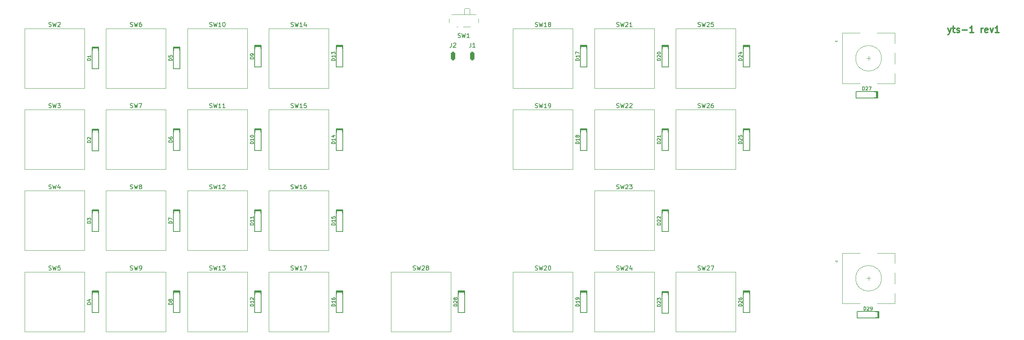
<source format=gto>
G04 #@! TF.GenerationSoftware,KiCad,Pcbnew,(6.0.7-1)-1*
G04 #@! TF.CreationDate,2022-09-15T21:20:34+02:00*
G04 #@! TF.ProjectId,yts-pcb,7974732d-7063-4622-9e6b-696361645f70,rev?*
G04 #@! TF.SameCoordinates,Original*
G04 #@! TF.FileFunction,Legend,Top*
G04 #@! TF.FilePolarity,Positive*
%FSLAX46Y46*%
G04 Gerber Fmt 4.6, Leading zero omitted, Abs format (unit mm)*
G04 Created by KiCad (PCBNEW (6.0.7-1)-1) date 2022-09-15 21:20:34*
%MOMM*%
%LPD*%
G01*
G04 APERTURE LIST*
G04 Aperture macros list*
%AMRoundRect*
0 Rectangle with rounded corners*
0 $1 Rounding radius*
0 $2 $3 $4 $5 $6 $7 $8 $9 X,Y pos of 4 corners*
0 Add a 4 corners polygon primitive as box body*
4,1,4,$2,$3,$4,$5,$6,$7,$8,$9,$2,$3,0*
0 Add four circle primitives for the rounded corners*
1,1,$1+$1,$2,$3*
1,1,$1+$1,$4,$5*
1,1,$1+$1,$6,$7*
1,1,$1+$1,$8,$9*
0 Add four rect primitives between the rounded corners*
20,1,$1+$1,$2,$3,$4,$5,0*
20,1,$1+$1,$4,$5,$6,$7,0*
20,1,$1+$1,$6,$7,$8,$9,0*
20,1,$1+$1,$8,$9,$2,$3,0*%
G04 Aperture macros list end*
%ADD10C,0.300000*%
%ADD11C,0.150000*%
%ADD12C,0.120000*%
%ADD13C,1.752600*%
%ADD14R,1.752600X1.752600*%
%ADD15C,2.200000*%
%ADD16C,4.000000*%
%ADD17C,1.700000*%
%ADD18C,2.000000*%
%ADD19R,2.000000X2.000000*%
%ADD20O,3.200000X2.000000*%
%ADD21C,4.400000*%
%ADD22RoundRect,0.250000X-0.250000X-0.750000X0.250000X-0.750000X0.250000X0.750000X-0.250000X0.750000X0*%
%ADD23R,0.700000X1.500000*%
%ADD24R,1.000000X0.800000*%
%ADD25C,0.900000*%
%ADD26R,1.600000X1.200000*%
%ADD27C,1.600000*%
%ADD28R,1.600000X1.600000*%
%ADD29R,1.200000X1.600000*%
G04 APERTURE END LIST*
D10*
X321000000Y-99678571D02*
X321357142Y-100678571D01*
X321714285Y-99678571D02*
X321357142Y-100678571D01*
X321214285Y-101035714D01*
X321142857Y-101107142D01*
X321000000Y-101178571D01*
X322071428Y-99678571D02*
X322642857Y-99678571D01*
X322285714Y-99178571D02*
X322285714Y-100464285D01*
X322357142Y-100607142D01*
X322500000Y-100678571D01*
X322642857Y-100678571D01*
X323071428Y-100607142D02*
X323214285Y-100678571D01*
X323500000Y-100678571D01*
X323642857Y-100607142D01*
X323714285Y-100464285D01*
X323714285Y-100392857D01*
X323642857Y-100250000D01*
X323500000Y-100178571D01*
X323285714Y-100178571D01*
X323142857Y-100107142D01*
X323071428Y-99964285D01*
X323071428Y-99892857D01*
X323142857Y-99750000D01*
X323285714Y-99678571D01*
X323500000Y-99678571D01*
X323642857Y-99750000D01*
X324357142Y-100107142D02*
X325500000Y-100107142D01*
X327000000Y-100678571D02*
X326142857Y-100678571D01*
X326571428Y-100678571D02*
X326571428Y-99178571D01*
X326428571Y-99392857D01*
X326285714Y-99535714D01*
X326142857Y-99607142D01*
X328785714Y-100678571D02*
X328785714Y-99678571D01*
X328785714Y-99964285D02*
X328857142Y-99821428D01*
X328928571Y-99750000D01*
X329071428Y-99678571D01*
X329214285Y-99678571D01*
X330285714Y-100607142D02*
X330142857Y-100678571D01*
X329857142Y-100678571D01*
X329714285Y-100607142D01*
X329642857Y-100464285D01*
X329642857Y-99892857D01*
X329714285Y-99750000D01*
X329857142Y-99678571D01*
X330142857Y-99678571D01*
X330285714Y-99750000D01*
X330357142Y-99892857D01*
X330357142Y-100035714D01*
X329642857Y-100178571D01*
X330857142Y-99678571D02*
X331214285Y-100678571D01*
X331571428Y-99678571D01*
X332928571Y-100678571D02*
X332071428Y-100678571D01*
X332500000Y-100678571D02*
X332500000Y-99178571D01*
X332357142Y-99392857D01*
X332214285Y-99535714D01*
X332071428Y-99607142D01*
D11*
X148668434Y-118230761D02*
X148811291Y-118278380D01*
X149049386Y-118278380D01*
X149144624Y-118230761D01*
X149192243Y-118183142D01*
X149239862Y-118087904D01*
X149239862Y-117992666D01*
X149192243Y-117897428D01*
X149144624Y-117849809D01*
X149049386Y-117802190D01*
X148858910Y-117754571D01*
X148763672Y-117706952D01*
X148716053Y-117659333D01*
X148668434Y-117564095D01*
X148668434Y-117468857D01*
X148716053Y-117373619D01*
X148763672Y-117326000D01*
X148858910Y-117278380D01*
X149097005Y-117278380D01*
X149239862Y-117326000D01*
X149573196Y-117278380D02*
X149811291Y-118278380D01*
X150001767Y-117564095D01*
X150192243Y-118278380D01*
X150430338Y-117278380D01*
X151335100Y-118278380D02*
X150763672Y-118278380D01*
X151049386Y-118278380D02*
X151049386Y-117278380D01*
X150954148Y-117421238D01*
X150858910Y-117516476D01*
X150763672Y-117564095D01*
X152287481Y-118278380D02*
X151716053Y-118278380D01*
X152001767Y-118278380D02*
X152001767Y-117278380D01*
X151906529Y-117421238D01*
X151811291Y-117516476D01*
X151716053Y-117564095D01*
X111144624Y-118230761D02*
X111287481Y-118278380D01*
X111525577Y-118278380D01*
X111620815Y-118230761D01*
X111668434Y-118183142D01*
X111716053Y-118087904D01*
X111716053Y-117992666D01*
X111668434Y-117897428D01*
X111620815Y-117849809D01*
X111525577Y-117802190D01*
X111335100Y-117754571D01*
X111239862Y-117706952D01*
X111192243Y-117659333D01*
X111144624Y-117564095D01*
X111144624Y-117468857D01*
X111192243Y-117373619D01*
X111239862Y-117326000D01*
X111335100Y-117278380D01*
X111573196Y-117278380D01*
X111716053Y-117326000D01*
X112049386Y-117278380D02*
X112287481Y-118278380D01*
X112477958Y-117564095D01*
X112668434Y-118278380D01*
X112906529Y-117278380D01*
X113192243Y-117278380D02*
X113811291Y-117278380D01*
X113477958Y-117659333D01*
X113620815Y-117659333D01*
X113716053Y-117706952D01*
X113763672Y-117754571D01*
X113811291Y-117849809D01*
X113811291Y-118087904D01*
X113763672Y-118183142D01*
X113716053Y-118230761D01*
X113620815Y-118278380D01*
X113335100Y-118278380D01*
X113239862Y-118230761D01*
X113192243Y-118183142D01*
X130144624Y-99230761D02*
X130287481Y-99278380D01*
X130525577Y-99278380D01*
X130620815Y-99230761D01*
X130668434Y-99183142D01*
X130716053Y-99087904D01*
X130716053Y-98992666D01*
X130668434Y-98897428D01*
X130620815Y-98849809D01*
X130525577Y-98802190D01*
X130335100Y-98754571D01*
X130239862Y-98706952D01*
X130192243Y-98659333D01*
X130144624Y-98564095D01*
X130144624Y-98468857D01*
X130192243Y-98373619D01*
X130239862Y-98326000D01*
X130335100Y-98278380D01*
X130573196Y-98278380D01*
X130716053Y-98326000D01*
X131049386Y-98278380D02*
X131287481Y-99278380D01*
X131477958Y-98564095D01*
X131668434Y-99278380D01*
X131906529Y-98278380D01*
X132716053Y-98278380D02*
X132525577Y-98278380D01*
X132430338Y-98326000D01*
X132382719Y-98373619D01*
X132287481Y-98516476D01*
X132239862Y-98706952D01*
X132239862Y-99087904D01*
X132287481Y-99183142D01*
X132335100Y-99230761D01*
X132430338Y-99278380D01*
X132620815Y-99278380D01*
X132716053Y-99230761D01*
X132763672Y-99183142D01*
X132811291Y-99087904D01*
X132811291Y-98849809D01*
X132763672Y-98754571D01*
X132716053Y-98706952D01*
X132620815Y-98659333D01*
X132430338Y-98659333D01*
X132335100Y-98706952D01*
X132287481Y-98754571D01*
X132239862Y-98849809D01*
X167668434Y-99230761D02*
X167811291Y-99278380D01*
X168049386Y-99278380D01*
X168144624Y-99230761D01*
X168192243Y-99183142D01*
X168239862Y-99087904D01*
X168239862Y-98992666D01*
X168192243Y-98897428D01*
X168144624Y-98849809D01*
X168049386Y-98802190D01*
X167858910Y-98754571D01*
X167763672Y-98706952D01*
X167716053Y-98659333D01*
X167668434Y-98564095D01*
X167668434Y-98468857D01*
X167716053Y-98373619D01*
X167763672Y-98326000D01*
X167858910Y-98278380D01*
X168097005Y-98278380D01*
X168239862Y-98326000D01*
X168573196Y-98278380D02*
X168811291Y-99278380D01*
X169001767Y-98564095D01*
X169192243Y-99278380D01*
X169430338Y-98278380D01*
X170335100Y-99278380D02*
X169763672Y-99278380D01*
X170049386Y-99278380D02*
X170049386Y-98278380D01*
X169954148Y-98421238D01*
X169858910Y-98516476D01*
X169763672Y-98564095D01*
X171192243Y-98611714D02*
X171192243Y-99278380D01*
X170954148Y-98230761D02*
X170716053Y-98945047D01*
X171335100Y-98945047D01*
X167668434Y-156230761D02*
X167811291Y-156278380D01*
X168049386Y-156278380D01*
X168144624Y-156230761D01*
X168192243Y-156183142D01*
X168239862Y-156087904D01*
X168239862Y-155992666D01*
X168192243Y-155897428D01*
X168144624Y-155849809D01*
X168049386Y-155802190D01*
X167858910Y-155754571D01*
X167763672Y-155706952D01*
X167716053Y-155659333D01*
X167668434Y-155564095D01*
X167668434Y-155468857D01*
X167716053Y-155373619D01*
X167763672Y-155326000D01*
X167858910Y-155278380D01*
X168097005Y-155278380D01*
X168239862Y-155326000D01*
X168573196Y-155278380D02*
X168811291Y-156278380D01*
X169001767Y-155564095D01*
X169192243Y-156278380D01*
X169430338Y-155278380D01*
X170335100Y-156278380D02*
X169763672Y-156278380D01*
X170049386Y-156278380D02*
X170049386Y-155278380D01*
X169954148Y-155421238D01*
X169858910Y-155516476D01*
X169763672Y-155564095D01*
X170668434Y-155278380D02*
X171335100Y-155278380D01*
X170906529Y-156278380D01*
X148668434Y-156230761D02*
X148811291Y-156278380D01*
X149049386Y-156278380D01*
X149144624Y-156230761D01*
X149192243Y-156183142D01*
X149239862Y-156087904D01*
X149239862Y-155992666D01*
X149192243Y-155897428D01*
X149144624Y-155849809D01*
X149049386Y-155802190D01*
X148858910Y-155754571D01*
X148763672Y-155706952D01*
X148716053Y-155659333D01*
X148668434Y-155564095D01*
X148668434Y-155468857D01*
X148716053Y-155373619D01*
X148763672Y-155326000D01*
X148858910Y-155278380D01*
X149097005Y-155278380D01*
X149239862Y-155326000D01*
X149573196Y-155278380D02*
X149811291Y-156278380D01*
X150001767Y-155564095D01*
X150192243Y-156278380D01*
X150430338Y-155278380D01*
X151335100Y-156278380D02*
X150763672Y-156278380D01*
X151049386Y-156278380D02*
X151049386Y-155278380D01*
X150954148Y-155421238D01*
X150858910Y-155516476D01*
X150763672Y-155564095D01*
X151668434Y-155278380D02*
X152287481Y-155278380D01*
X151954148Y-155659333D01*
X152097005Y-155659333D01*
X152192243Y-155706952D01*
X152239862Y-155754571D01*
X152287481Y-155849809D01*
X152287481Y-156087904D01*
X152239862Y-156183142D01*
X152192243Y-156230761D01*
X152097005Y-156278380D01*
X151811291Y-156278380D01*
X151716053Y-156230761D01*
X151668434Y-156183142D01*
X148668434Y-137230761D02*
X148811291Y-137278380D01*
X149049386Y-137278380D01*
X149144624Y-137230761D01*
X149192243Y-137183142D01*
X149239862Y-137087904D01*
X149239862Y-136992666D01*
X149192243Y-136897428D01*
X149144624Y-136849809D01*
X149049386Y-136802190D01*
X148858910Y-136754571D01*
X148763672Y-136706952D01*
X148716053Y-136659333D01*
X148668434Y-136564095D01*
X148668434Y-136468857D01*
X148716053Y-136373619D01*
X148763672Y-136326000D01*
X148858910Y-136278380D01*
X149097005Y-136278380D01*
X149239862Y-136326000D01*
X149573196Y-136278380D02*
X149811291Y-137278380D01*
X150001767Y-136564095D01*
X150192243Y-137278380D01*
X150430338Y-136278380D01*
X151335100Y-137278380D02*
X150763672Y-137278380D01*
X151049386Y-137278380D02*
X151049386Y-136278380D01*
X150954148Y-136421238D01*
X150858910Y-136516476D01*
X150763672Y-136564095D01*
X151716053Y-136373619D02*
X151763672Y-136326000D01*
X151858910Y-136278380D01*
X152097005Y-136278380D01*
X152192243Y-136326000D01*
X152239862Y-136373619D01*
X152287481Y-136468857D01*
X152287481Y-136564095D01*
X152239862Y-136706952D01*
X151668434Y-137278380D01*
X152287481Y-137278380D01*
X148668434Y-99230761D02*
X148811291Y-99278380D01*
X149049386Y-99278380D01*
X149144624Y-99230761D01*
X149192243Y-99183142D01*
X149239862Y-99087904D01*
X149239862Y-98992666D01*
X149192243Y-98897428D01*
X149144624Y-98849809D01*
X149049386Y-98802190D01*
X148858910Y-98754571D01*
X148763672Y-98706952D01*
X148716053Y-98659333D01*
X148668434Y-98564095D01*
X148668434Y-98468857D01*
X148716053Y-98373619D01*
X148763672Y-98326000D01*
X148858910Y-98278380D01*
X149097005Y-98278380D01*
X149239862Y-98326000D01*
X149573196Y-98278380D02*
X149811291Y-99278380D01*
X150001767Y-98564095D01*
X150192243Y-99278380D01*
X150430338Y-98278380D01*
X151335100Y-99278380D02*
X150763672Y-99278380D01*
X151049386Y-99278380D02*
X151049386Y-98278380D01*
X150954148Y-98421238D01*
X150858910Y-98516476D01*
X150763672Y-98564095D01*
X151954148Y-98278380D02*
X152049386Y-98278380D01*
X152144624Y-98326000D01*
X152192243Y-98373619D01*
X152239862Y-98468857D01*
X152287481Y-98659333D01*
X152287481Y-98897428D01*
X152239862Y-99087904D01*
X152192243Y-99183142D01*
X152144624Y-99230761D01*
X152049386Y-99278380D01*
X151954148Y-99278380D01*
X151858910Y-99230761D01*
X151811291Y-99183142D01*
X151763672Y-99087904D01*
X151716053Y-98897428D01*
X151716053Y-98659333D01*
X151763672Y-98468857D01*
X151811291Y-98373619D01*
X151858910Y-98326000D01*
X151954148Y-98278380D01*
X111144624Y-156230761D02*
X111287481Y-156278380D01*
X111525577Y-156278380D01*
X111620815Y-156230761D01*
X111668434Y-156183142D01*
X111716053Y-156087904D01*
X111716053Y-155992666D01*
X111668434Y-155897428D01*
X111620815Y-155849809D01*
X111525577Y-155802190D01*
X111335100Y-155754571D01*
X111239862Y-155706952D01*
X111192243Y-155659333D01*
X111144624Y-155564095D01*
X111144624Y-155468857D01*
X111192243Y-155373619D01*
X111239862Y-155326000D01*
X111335100Y-155278380D01*
X111573196Y-155278380D01*
X111716053Y-155326000D01*
X112049386Y-155278380D02*
X112287481Y-156278380D01*
X112477958Y-155564095D01*
X112668434Y-156278380D01*
X112906529Y-155278380D01*
X113763672Y-155278380D02*
X113287481Y-155278380D01*
X113239862Y-155754571D01*
X113287481Y-155706952D01*
X113382719Y-155659333D01*
X113620815Y-155659333D01*
X113716053Y-155706952D01*
X113763672Y-155754571D01*
X113811291Y-155849809D01*
X113811291Y-156087904D01*
X113763672Y-156183142D01*
X113716053Y-156230761D01*
X113620815Y-156278380D01*
X113382719Y-156278380D01*
X113287481Y-156230761D01*
X113239862Y-156183142D01*
X167668434Y-118230761D02*
X167811291Y-118278380D01*
X168049386Y-118278380D01*
X168144624Y-118230761D01*
X168192243Y-118183142D01*
X168239862Y-118087904D01*
X168239862Y-117992666D01*
X168192243Y-117897428D01*
X168144624Y-117849809D01*
X168049386Y-117802190D01*
X167858910Y-117754571D01*
X167763672Y-117706952D01*
X167716053Y-117659333D01*
X167668434Y-117564095D01*
X167668434Y-117468857D01*
X167716053Y-117373619D01*
X167763672Y-117326000D01*
X167858910Y-117278380D01*
X168097005Y-117278380D01*
X168239862Y-117326000D01*
X168573196Y-117278380D02*
X168811291Y-118278380D01*
X169001767Y-117564095D01*
X169192243Y-118278380D01*
X169430338Y-117278380D01*
X170335100Y-118278380D02*
X169763672Y-118278380D01*
X170049386Y-118278380D02*
X170049386Y-117278380D01*
X169954148Y-117421238D01*
X169858910Y-117516476D01*
X169763672Y-117564095D01*
X171239862Y-117278380D02*
X170763672Y-117278380D01*
X170716053Y-117754571D01*
X170763672Y-117706952D01*
X170858910Y-117659333D01*
X171097005Y-117659333D01*
X171192243Y-117706952D01*
X171239862Y-117754571D01*
X171287481Y-117849809D01*
X171287481Y-118087904D01*
X171239862Y-118183142D01*
X171192243Y-118230761D01*
X171097005Y-118278380D01*
X170858910Y-118278380D01*
X170763672Y-118230761D01*
X170716053Y-118183142D01*
X167668434Y-137230761D02*
X167811291Y-137278380D01*
X168049386Y-137278380D01*
X168144624Y-137230761D01*
X168192243Y-137183142D01*
X168239862Y-137087904D01*
X168239862Y-136992666D01*
X168192243Y-136897428D01*
X168144624Y-136849809D01*
X168049386Y-136802190D01*
X167858910Y-136754571D01*
X167763672Y-136706952D01*
X167716053Y-136659333D01*
X167668434Y-136564095D01*
X167668434Y-136468857D01*
X167716053Y-136373619D01*
X167763672Y-136326000D01*
X167858910Y-136278380D01*
X168097005Y-136278380D01*
X168239862Y-136326000D01*
X168573196Y-136278380D02*
X168811291Y-137278380D01*
X169001767Y-136564095D01*
X169192243Y-137278380D01*
X169430338Y-136278380D01*
X170335100Y-137278380D02*
X169763672Y-137278380D01*
X170049386Y-137278380D02*
X170049386Y-136278380D01*
X169954148Y-136421238D01*
X169858910Y-136516476D01*
X169763672Y-136564095D01*
X171192243Y-136278380D02*
X171001767Y-136278380D01*
X170906529Y-136326000D01*
X170858910Y-136373619D01*
X170763672Y-136516476D01*
X170716053Y-136706952D01*
X170716053Y-137087904D01*
X170763672Y-137183142D01*
X170811291Y-137230761D01*
X170906529Y-137278380D01*
X171097005Y-137278380D01*
X171192243Y-137230761D01*
X171239862Y-137183142D01*
X171287481Y-137087904D01*
X171287481Y-136849809D01*
X171239862Y-136754571D01*
X171192243Y-136706952D01*
X171097005Y-136659333D01*
X170906529Y-136659333D01*
X170811291Y-136706952D01*
X170763672Y-136754571D01*
X170716053Y-136849809D01*
X130144624Y-137230761D02*
X130287481Y-137278380D01*
X130525577Y-137278380D01*
X130620815Y-137230761D01*
X130668434Y-137183142D01*
X130716053Y-137087904D01*
X130716053Y-136992666D01*
X130668434Y-136897428D01*
X130620815Y-136849809D01*
X130525577Y-136802190D01*
X130335100Y-136754571D01*
X130239862Y-136706952D01*
X130192243Y-136659333D01*
X130144624Y-136564095D01*
X130144624Y-136468857D01*
X130192243Y-136373619D01*
X130239862Y-136326000D01*
X130335100Y-136278380D01*
X130573196Y-136278380D01*
X130716053Y-136326000D01*
X131049386Y-136278380D02*
X131287481Y-137278380D01*
X131477958Y-136564095D01*
X131668434Y-137278380D01*
X131906529Y-136278380D01*
X132430338Y-136706952D02*
X132335100Y-136659333D01*
X132287481Y-136611714D01*
X132239862Y-136516476D01*
X132239862Y-136468857D01*
X132287481Y-136373619D01*
X132335100Y-136326000D01*
X132430338Y-136278380D01*
X132620815Y-136278380D01*
X132716053Y-136326000D01*
X132763672Y-136373619D01*
X132811291Y-136468857D01*
X132811291Y-136516476D01*
X132763672Y-136611714D01*
X132716053Y-136659333D01*
X132620815Y-136706952D01*
X132430338Y-136706952D01*
X132335100Y-136754571D01*
X132287481Y-136802190D01*
X132239862Y-136897428D01*
X132239862Y-137087904D01*
X132287481Y-137183142D01*
X132335100Y-137230761D01*
X132430338Y-137278380D01*
X132620815Y-137278380D01*
X132716053Y-137230761D01*
X132763672Y-137183142D01*
X132811291Y-137087904D01*
X132811291Y-136897428D01*
X132763672Y-136802190D01*
X132716053Y-136754571D01*
X132620815Y-136706952D01*
X262668434Y-156230761D02*
X262811291Y-156278380D01*
X263049386Y-156278380D01*
X263144624Y-156230761D01*
X263192243Y-156183142D01*
X263239862Y-156087904D01*
X263239862Y-155992666D01*
X263192243Y-155897428D01*
X263144624Y-155849809D01*
X263049386Y-155802190D01*
X262858910Y-155754571D01*
X262763672Y-155706952D01*
X262716053Y-155659333D01*
X262668434Y-155564095D01*
X262668434Y-155468857D01*
X262716053Y-155373619D01*
X262763672Y-155326000D01*
X262858910Y-155278380D01*
X263097005Y-155278380D01*
X263239862Y-155326000D01*
X263573196Y-155278380D02*
X263811291Y-156278380D01*
X264001767Y-155564095D01*
X264192243Y-156278380D01*
X264430338Y-155278380D01*
X264763672Y-155373619D02*
X264811291Y-155326000D01*
X264906529Y-155278380D01*
X265144624Y-155278380D01*
X265239862Y-155326000D01*
X265287481Y-155373619D01*
X265335100Y-155468857D01*
X265335100Y-155564095D01*
X265287481Y-155706952D01*
X264716053Y-156278380D01*
X265335100Y-156278380D01*
X265668434Y-155278380D02*
X266335100Y-155278380D01*
X265906529Y-156278380D01*
X224668434Y-99230761D02*
X224811291Y-99278380D01*
X225049386Y-99278380D01*
X225144624Y-99230761D01*
X225192243Y-99183142D01*
X225239862Y-99087904D01*
X225239862Y-98992666D01*
X225192243Y-98897428D01*
X225144624Y-98849809D01*
X225049386Y-98802190D01*
X224858910Y-98754571D01*
X224763672Y-98706952D01*
X224716053Y-98659333D01*
X224668434Y-98564095D01*
X224668434Y-98468857D01*
X224716053Y-98373619D01*
X224763672Y-98326000D01*
X224858910Y-98278380D01*
X225097005Y-98278380D01*
X225239862Y-98326000D01*
X225573196Y-98278380D02*
X225811291Y-99278380D01*
X226001767Y-98564095D01*
X226192243Y-99278380D01*
X226430338Y-98278380D01*
X227335100Y-99278380D02*
X226763672Y-99278380D01*
X227049386Y-99278380D02*
X227049386Y-98278380D01*
X226954148Y-98421238D01*
X226858910Y-98516476D01*
X226763672Y-98564095D01*
X227906529Y-98706952D02*
X227811291Y-98659333D01*
X227763672Y-98611714D01*
X227716053Y-98516476D01*
X227716053Y-98468857D01*
X227763672Y-98373619D01*
X227811291Y-98326000D01*
X227906529Y-98278380D01*
X228097005Y-98278380D01*
X228192243Y-98326000D01*
X228239862Y-98373619D01*
X228287481Y-98468857D01*
X228287481Y-98516476D01*
X228239862Y-98611714D01*
X228192243Y-98659333D01*
X228097005Y-98706952D01*
X227906529Y-98706952D01*
X227811291Y-98754571D01*
X227763672Y-98802190D01*
X227716053Y-98897428D01*
X227716053Y-99087904D01*
X227763672Y-99183142D01*
X227811291Y-99230761D01*
X227906529Y-99278380D01*
X228097005Y-99278380D01*
X228192243Y-99230761D01*
X228239862Y-99183142D01*
X228287481Y-99087904D01*
X228287481Y-98897428D01*
X228239862Y-98802190D01*
X228192243Y-98754571D01*
X228097005Y-98706952D01*
X111144624Y-137230761D02*
X111287481Y-137278380D01*
X111525577Y-137278380D01*
X111620815Y-137230761D01*
X111668434Y-137183142D01*
X111716053Y-137087904D01*
X111716053Y-136992666D01*
X111668434Y-136897428D01*
X111620815Y-136849809D01*
X111525577Y-136802190D01*
X111335100Y-136754571D01*
X111239862Y-136706952D01*
X111192243Y-136659333D01*
X111144624Y-136564095D01*
X111144624Y-136468857D01*
X111192243Y-136373619D01*
X111239862Y-136326000D01*
X111335100Y-136278380D01*
X111573196Y-136278380D01*
X111716053Y-136326000D01*
X112049386Y-136278380D02*
X112287481Y-137278380D01*
X112477958Y-136564095D01*
X112668434Y-137278380D01*
X112906529Y-136278380D01*
X113716053Y-136611714D02*
X113716053Y-137278380D01*
X113477958Y-136230761D02*
X113239862Y-136945047D01*
X113858910Y-136945047D01*
X209644624Y-103112380D02*
X209644624Y-103826666D01*
X209597005Y-103969523D01*
X209501767Y-104064761D01*
X209358910Y-104112380D01*
X209263672Y-104112380D01*
X210644624Y-104112380D02*
X210073196Y-104112380D01*
X210358910Y-104112380D02*
X210358910Y-103112380D01*
X210263672Y-103255238D01*
X210168434Y-103350476D01*
X210073196Y-103398095D01*
X262668434Y-118230761D02*
X262811291Y-118278380D01*
X263049386Y-118278380D01*
X263144624Y-118230761D01*
X263192243Y-118183142D01*
X263239862Y-118087904D01*
X263239862Y-117992666D01*
X263192243Y-117897428D01*
X263144624Y-117849809D01*
X263049386Y-117802190D01*
X262858910Y-117754571D01*
X262763672Y-117706952D01*
X262716053Y-117659333D01*
X262668434Y-117564095D01*
X262668434Y-117468857D01*
X262716053Y-117373619D01*
X262763672Y-117326000D01*
X262858910Y-117278380D01*
X263097005Y-117278380D01*
X263239862Y-117326000D01*
X263573196Y-117278380D02*
X263811291Y-118278380D01*
X264001767Y-117564095D01*
X264192243Y-118278380D01*
X264430338Y-117278380D01*
X264763672Y-117373619D02*
X264811291Y-117326000D01*
X264906529Y-117278380D01*
X265144624Y-117278380D01*
X265239862Y-117326000D01*
X265287481Y-117373619D01*
X265335100Y-117468857D01*
X265335100Y-117564095D01*
X265287481Y-117706952D01*
X264716053Y-118278380D01*
X265335100Y-118278380D01*
X266192243Y-117278380D02*
X266001767Y-117278380D01*
X265906529Y-117326000D01*
X265858910Y-117373619D01*
X265763672Y-117516476D01*
X265716053Y-117706952D01*
X265716053Y-118087904D01*
X265763672Y-118183142D01*
X265811291Y-118230761D01*
X265906529Y-118278380D01*
X266097005Y-118278380D01*
X266192243Y-118230761D01*
X266239862Y-118183142D01*
X266287481Y-118087904D01*
X266287481Y-117849809D01*
X266239862Y-117754571D01*
X266192243Y-117706952D01*
X266097005Y-117659333D01*
X265906529Y-117659333D01*
X265811291Y-117706952D01*
X265763672Y-117754571D01*
X265716053Y-117849809D01*
X243668434Y-156230761D02*
X243811291Y-156278380D01*
X244049386Y-156278380D01*
X244144624Y-156230761D01*
X244192243Y-156183142D01*
X244239862Y-156087904D01*
X244239862Y-155992666D01*
X244192243Y-155897428D01*
X244144624Y-155849809D01*
X244049386Y-155802190D01*
X243858910Y-155754571D01*
X243763672Y-155706952D01*
X243716053Y-155659333D01*
X243668434Y-155564095D01*
X243668434Y-155468857D01*
X243716053Y-155373619D01*
X243763672Y-155326000D01*
X243858910Y-155278380D01*
X244097005Y-155278380D01*
X244239862Y-155326000D01*
X244573196Y-155278380D02*
X244811291Y-156278380D01*
X245001767Y-155564095D01*
X245192243Y-156278380D01*
X245430338Y-155278380D01*
X245763672Y-155373619D02*
X245811291Y-155326000D01*
X245906529Y-155278380D01*
X246144624Y-155278380D01*
X246239862Y-155326000D01*
X246287481Y-155373619D01*
X246335100Y-155468857D01*
X246335100Y-155564095D01*
X246287481Y-155706952D01*
X245716053Y-156278380D01*
X246335100Y-156278380D01*
X247192243Y-155611714D02*
X247192243Y-156278380D01*
X246954148Y-155230761D02*
X246716053Y-155945047D01*
X247335100Y-155945047D01*
X243668434Y-137230761D02*
X243811291Y-137278380D01*
X244049386Y-137278380D01*
X244144624Y-137230761D01*
X244192243Y-137183142D01*
X244239862Y-137087904D01*
X244239862Y-136992666D01*
X244192243Y-136897428D01*
X244144624Y-136849809D01*
X244049386Y-136802190D01*
X243858910Y-136754571D01*
X243763672Y-136706952D01*
X243716053Y-136659333D01*
X243668434Y-136564095D01*
X243668434Y-136468857D01*
X243716053Y-136373619D01*
X243763672Y-136326000D01*
X243858910Y-136278380D01*
X244097005Y-136278380D01*
X244239862Y-136326000D01*
X244573196Y-136278380D02*
X244811291Y-137278380D01*
X245001767Y-136564095D01*
X245192243Y-137278380D01*
X245430338Y-136278380D01*
X245763672Y-136373619D02*
X245811291Y-136326000D01*
X245906529Y-136278380D01*
X246144624Y-136278380D01*
X246239862Y-136326000D01*
X246287481Y-136373619D01*
X246335100Y-136468857D01*
X246335100Y-136564095D01*
X246287481Y-136706952D01*
X245716053Y-137278380D01*
X246335100Y-137278380D01*
X246668434Y-136278380D02*
X247287481Y-136278380D01*
X246954148Y-136659333D01*
X247097005Y-136659333D01*
X247192243Y-136706952D01*
X247239862Y-136754571D01*
X247287481Y-136849809D01*
X247287481Y-137087904D01*
X247239862Y-137183142D01*
X247192243Y-137230761D01*
X247097005Y-137278380D01*
X246811291Y-137278380D01*
X246716053Y-137230761D01*
X246668434Y-137183142D01*
X243668434Y-99230761D02*
X243811291Y-99278380D01*
X244049386Y-99278380D01*
X244144624Y-99230761D01*
X244192243Y-99183142D01*
X244239862Y-99087904D01*
X244239862Y-98992666D01*
X244192243Y-98897428D01*
X244144624Y-98849809D01*
X244049386Y-98802190D01*
X243858910Y-98754571D01*
X243763672Y-98706952D01*
X243716053Y-98659333D01*
X243668434Y-98564095D01*
X243668434Y-98468857D01*
X243716053Y-98373619D01*
X243763672Y-98326000D01*
X243858910Y-98278380D01*
X244097005Y-98278380D01*
X244239862Y-98326000D01*
X244573196Y-98278380D02*
X244811291Y-99278380D01*
X245001767Y-98564095D01*
X245192243Y-99278380D01*
X245430338Y-98278380D01*
X245763672Y-98373619D02*
X245811291Y-98326000D01*
X245906529Y-98278380D01*
X246144624Y-98278380D01*
X246239862Y-98326000D01*
X246287481Y-98373619D01*
X246335100Y-98468857D01*
X246335100Y-98564095D01*
X246287481Y-98706952D01*
X245716053Y-99278380D01*
X246335100Y-99278380D01*
X247287481Y-99278380D02*
X246716053Y-99278380D01*
X247001767Y-99278380D02*
X247001767Y-98278380D01*
X246906529Y-98421238D01*
X246811291Y-98516476D01*
X246716053Y-98564095D01*
X205144624Y-103112380D02*
X205144624Y-103826666D01*
X205097005Y-103969523D01*
X205001767Y-104064761D01*
X204858910Y-104112380D01*
X204763672Y-104112380D01*
X205573196Y-103207619D02*
X205620815Y-103160000D01*
X205716053Y-103112380D01*
X205954148Y-103112380D01*
X206049386Y-103160000D01*
X206097005Y-103207619D01*
X206144624Y-103302857D01*
X206144624Y-103398095D01*
X206097005Y-103540952D01*
X205525577Y-104112380D01*
X206144624Y-104112380D01*
X262668434Y-99230761D02*
X262811291Y-99278380D01*
X263049386Y-99278380D01*
X263144624Y-99230761D01*
X263192243Y-99183142D01*
X263239862Y-99087904D01*
X263239862Y-98992666D01*
X263192243Y-98897428D01*
X263144624Y-98849809D01*
X263049386Y-98802190D01*
X262858910Y-98754571D01*
X262763672Y-98706952D01*
X262716053Y-98659333D01*
X262668434Y-98564095D01*
X262668434Y-98468857D01*
X262716053Y-98373619D01*
X262763672Y-98326000D01*
X262858910Y-98278380D01*
X263097005Y-98278380D01*
X263239862Y-98326000D01*
X263573196Y-98278380D02*
X263811291Y-99278380D01*
X264001767Y-98564095D01*
X264192243Y-99278380D01*
X264430338Y-98278380D01*
X264763672Y-98373619D02*
X264811291Y-98326000D01*
X264906529Y-98278380D01*
X265144624Y-98278380D01*
X265239862Y-98326000D01*
X265287481Y-98373619D01*
X265335100Y-98468857D01*
X265335100Y-98564095D01*
X265287481Y-98706952D01*
X264716053Y-99278380D01*
X265335100Y-99278380D01*
X266239862Y-98278380D02*
X265763672Y-98278380D01*
X265716053Y-98754571D01*
X265763672Y-98706952D01*
X265858910Y-98659333D01*
X266097005Y-98659333D01*
X266192243Y-98706952D01*
X266239862Y-98754571D01*
X266287481Y-98849809D01*
X266287481Y-99087904D01*
X266239862Y-99183142D01*
X266192243Y-99230761D01*
X266097005Y-99278380D01*
X265858910Y-99278380D01*
X265763672Y-99230761D01*
X265716053Y-99183142D01*
X196168434Y-156230761D02*
X196311291Y-156278380D01*
X196549386Y-156278380D01*
X196644624Y-156230761D01*
X196692243Y-156183142D01*
X196739862Y-156087904D01*
X196739862Y-155992666D01*
X196692243Y-155897428D01*
X196644624Y-155849809D01*
X196549386Y-155802190D01*
X196358910Y-155754571D01*
X196263672Y-155706952D01*
X196216053Y-155659333D01*
X196168434Y-155564095D01*
X196168434Y-155468857D01*
X196216053Y-155373619D01*
X196263672Y-155326000D01*
X196358910Y-155278380D01*
X196597005Y-155278380D01*
X196739862Y-155326000D01*
X197073196Y-155278380D02*
X197311291Y-156278380D01*
X197501767Y-155564095D01*
X197692243Y-156278380D01*
X197930338Y-155278380D01*
X198263672Y-155373619D02*
X198311291Y-155326000D01*
X198406529Y-155278380D01*
X198644624Y-155278380D01*
X198739862Y-155326000D01*
X198787481Y-155373619D01*
X198835100Y-155468857D01*
X198835100Y-155564095D01*
X198787481Y-155706952D01*
X198216053Y-156278380D01*
X198835100Y-156278380D01*
X199406529Y-155706952D02*
X199311291Y-155659333D01*
X199263672Y-155611714D01*
X199216053Y-155516476D01*
X199216053Y-155468857D01*
X199263672Y-155373619D01*
X199311291Y-155326000D01*
X199406529Y-155278380D01*
X199597005Y-155278380D01*
X199692243Y-155326000D01*
X199739862Y-155373619D01*
X199787481Y-155468857D01*
X199787481Y-155516476D01*
X199739862Y-155611714D01*
X199692243Y-155659333D01*
X199597005Y-155706952D01*
X199406529Y-155706952D01*
X199311291Y-155754571D01*
X199263672Y-155802190D01*
X199216053Y-155897428D01*
X199216053Y-156087904D01*
X199263672Y-156183142D01*
X199311291Y-156230761D01*
X199406529Y-156278380D01*
X199597005Y-156278380D01*
X199692243Y-156230761D01*
X199739862Y-156183142D01*
X199787481Y-156087904D01*
X199787481Y-155897428D01*
X199739862Y-155802190D01*
X199692243Y-155754571D01*
X199597005Y-155706952D01*
X130144624Y-156230761D02*
X130287481Y-156278380D01*
X130525577Y-156278380D01*
X130620815Y-156230761D01*
X130668434Y-156183142D01*
X130716053Y-156087904D01*
X130716053Y-155992666D01*
X130668434Y-155897428D01*
X130620815Y-155849809D01*
X130525577Y-155802190D01*
X130335100Y-155754571D01*
X130239862Y-155706952D01*
X130192243Y-155659333D01*
X130144624Y-155564095D01*
X130144624Y-155468857D01*
X130192243Y-155373619D01*
X130239862Y-155326000D01*
X130335100Y-155278380D01*
X130573196Y-155278380D01*
X130716053Y-155326000D01*
X131049386Y-155278380D02*
X131287481Y-156278380D01*
X131477958Y-155564095D01*
X131668434Y-156278380D01*
X131906529Y-155278380D01*
X132335100Y-156278380D02*
X132525577Y-156278380D01*
X132620815Y-156230761D01*
X132668434Y-156183142D01*
X132763672Y-156040285D01*
X132811291Y-155849809D01*
X132811291Y-155468857D01*
X132763672Y-155373619D01*
X132716053Y-155326000D01*
X132620815Y-155278380D01*
X132430338Y-155278380D01*
X132335100Y-155326000D01*
X132287481Y-155373619D01*
X132239862Y-155468857D01*
X132239862Y-155706952D01*
X132287481Y-155802190D01*
X132335100Y-155849809D01*
X132430338Y-155897428D01*
X132620815Y-155897428D01*
X132716053Y-155849809D01*
X132763672Y-155802190D01*
X132811291Y-155706952D01*
X130144624Y-118230761D02*
X130287481Y-118278380D01*
X130525577Y-118278380D01*
X130620815Y-118230761D01*
X130668434Y-118183142D01*
X130716053Y-118087904D01*
X130716053Y-117992666D01*
X130668434Y-117897428D01*
X130620815Y-117849809D01*
X130525577Y-117802190D01*
X130335100Y-117754571D01*
X130239862Y-117706952D01*
X130192243Y-117659333D01*
X130144624Y-117564095D01*
X130144624Y-117468857D01*
X130192243Y-117373619D01*
X130239862Y-117326000D01*
X130335100Y-117278380D01*
X130573196Y-117278380D01*
X130716053Y-117326000D01*
X131049386Y-117278380D02*
X131287481Y-118278380D01*
X131477958Y-117564095D01*
X131668434Y-118278380D01*
X131906529Y-117278380D01*
X132192243Y-117278380D02*
X132858910Y-117278380D01*
X132430338Y-118278380D01*
X224668434Y-118230761D02*
X224811291Y-118278380D01*
X225049386Y-118278380D01*
X225144624Y-118230761D01*
X225192243Y-118183142D01*
X225239862Y-118087904D01*
X225239862Y-117992666D01*
X225192243Y-117897428D01*
X225144624Y-117849809D01*
X225049386Y-117802190D01*
X224858910Y-117754571D01*
X224763672Y-117706952D01*
X224716053Y-117659333D01*
X224668434Y-117564095D01*
X224668434Y-117468857D01*
X224716053Y-117373619D01*
X224763672Y-117326000D01*
X224858910Y-117278380D01*
X225097005Y-117278380D01*
X225239862Y-117326000D01*
X225573196Y-117278380D02*
X225811291Y-118278380D01*
X226001767Y-117564095D01*
X226192243Y-118278380D01*
X226430338Y-117278380D01*
X227335100Y-118278380D02*
X226763672Y-118278380D01*
X227049386Y-118278380D02*
X227049386Y-117278380D01*
X226954148Y-117421238D01*
X226858910Y-117516476D01*
X226763672Y-117564095D01*
X227811291Y-118278380D02*
X228001767Y-118278380D01*
X228097005Y-118230761D01*
X228144624Y-118183142D01*
X228239862Y-118040285D01*
X228287481Y-117849809D01*
X228287481Y-117468857D01*
X228239862Y-117373619D01*
X228192243Y-117326000D01*
X228097005Y-117278380D01*
X227906529Y-117278380D01*
X227811291Y-117326000D01*
X227763672Y-117373619D01*
X227716053Y-117468857D01*
X227716053Y-117706952D01*
X227763672Y-117802190D01*
X227811291Y-117849809D01*
X227906529Y-117897428D01*
X228097005Y-117897428D01*
X228192243Y-117849809D01*
X228239862Y-117802190D01*
X228287481Y-117706952D01*
X111144624Y-99230761D02*
X111287481Y-99278380D01*
X111525577Y-99278380D01*
X111620815Y-99230761D01*
X111668434Y-99183142D01*
X111716053Y-99087904D01*
X111716053Y-98992666D01*
X111668434Y-98897428D01*
X111620815Y-98849809D01*
X111525577Y-98802190D01*
X111335100Y-98754571D01*
X111239862Y-98706952D01*
X111192243Y-98659333D01*
X111144624Y-98564095D01*
X111144624Y-98468857D01*
X111192243Y-98373619D01*
X111239862Y-98326000D01*
X111335100Y-98278380D01*
X111573196Y-98278380D01*
X111716053Y-98326000D01*
X112049386Y-98278380D02*
X112287481Y-99278380D01*
X112477958Y-98564095D01*
X112668434Y-99278380D01*
X112906529Y-98278380D01*
X113239862Y-98373619D02*
X113287481Y-98326000D01*
X113382719Y-98278380D01*
X113620815Y-98278380D01*
X113716053Y-98326000D01*
X113763672Y-98373619D01*
X113811291Y-98468857D01*
X113811291Y-98564095D01*
X113763672Y-98706952D01*
X113192243Y-99278380D01*
X113811291Y-99278380D01*
X243668434Y-118230761D02*
X243811291Y-118278380D01*
X244049386Y-118278380D01*
X244144624Y-118230761D01*
X244192243Y-118183142D01*
X244239862Y-118087904D01*
X244239862Y-117992666D01*
X244192243Y-117897428D01*
X244144624Y-117849809D01*
X244049386Y-117802190D01*
X243858910Y-117754571D01*
X243763672Y-117706952D01*
X243716053Y-117659333D01*
X243668434Y-117564095D01*
X243668434Y-117468857D01*
X243716053Y-117373619D01*
X243763672Y-117326000D01*
X243858910Y-117278380D01*
X244097005Y-117278380D01*
X244239862Y-117326000D01*
X244573196Y-117278380D02*
X244811291Y-118278380D01*
X245001767Y-117564095D01*
X245192243Y-118278380D01*
X245430338Y-117278380D01*
X245763672Y-117373619D02*
X245811291Y-117326000D01*
X245906529Y-117278380D01*
X246144624Y-117278380D01*
X246239862Y-117326000D01*
X246287481Y-117373619D01*
X246335100Y-117468857D01*
X246335100Y-117564095D01*
X246287481Y-117706952D01*
X245716053Y-118278380D01*
X246335100Y-118278380D01*
X246716053Y-117373619D02*
X246763672Y-117326000D01*
X246858910Y-117278380D01*
X247097005Y-117278380D01*
X247192243Y-117326000D01*
X247239862Y-117373619D01*
X247287481Y-117468857D01*
X247287481Y-117564095D01*
X247239862Y-117706952D01*
X246668434Y-118278380D01*
X247287481Y-118278380D01*
X206644624Y-101804761D02*
X206787481Y-101852380D01*
X207025577Y-101852380D01*
X207120815Y-101804761D01*
X207168434Y-101757142D01*
X207216053Y-101661904D01*
X207216053Y-101566666D01*
X207168434Y-101471428D01*
X207120815Y-101423809D01*
X207025577Y-101376190D01*
X206835100Y-101328571D01*
X206739862Y-101280952D01*
X206692243Y-101233333D01*
X206644624Y-101138095D01*
X206644624Y-101042857D01*
X206692243Y-100947619D01*
X206739862Y-100900000D01*
X206835100Y-100852380D01*
X207073196Y-100852380D01*
X207216053Y-100900000D01*
X207549386Y-100852380D02*
X207787481Y-101852380D01*
X207977958Y-101138095D01*
X208168434Y-101852380D01*
X208406529Y-100852380D01*
X209311291Y-101852380D02*
X208739862Y-101852380D01*
X209025577Y-101852380D02*
X209025577Y-100852380D01*
X208930338Y-100995238D01*
X208835100Y-101090476D01*
X208739862Y-101138095D01*
X224668434Y-156230761D02*
X224811291Y-156278380D01*
X225049386Y-156278380D01*
X225144624Y-156230761D01*
X225192243Y-156183142D01*
X225239862Y-156087904D01*
X225239862Y-155992666D01*
X225192243Y-155897428D01*
X225144624Y-155849809D01*
X225049386Y-155802190D01*
X224858910Y-155754571D01*
X224763672Y-155706952D01*
X224716053Y-155659333D01*
X224668434Y-155564095D01*
X224668434Y-155468857D01*
X224716053Y-155373619D01*
X224763672Y-155326000D01*
X224858910Y-155278380D01*
X225097005Y-155278380D01*
X225239862Y-155326000D01*
X225573196Y-155278380D02*
X225811291Y-156278380D01*
X226001767Y-155564095D01*
X226192243Y-156278380D01*
X226430338Y-155278380D01*
X226763672Y-155373619D02*
X226811291Y-155326000D01*
X226906529Y-155278380D01*
X227144624Y-155278380D01*
X227239862Y-155326000D01*
X227287481Y-155373619D01*
X227335100Y-155468857D01*
X227335100Y-155564095D01*
X227287481Y-155706952D01*
X226716053Y-156278380D01*
X227335100Y-156278380D01*
X227954148Y-155278380D02*
X228049386Y-155278380D01*
X228144624Y-155326000D01*
X228192243Y-155373619D01*
X228239862Y-155468857D01*
X228287481Y-155659333D01*
X228287481Y-155897428D01*
X228239862Y-156087904D01*
X228192243Y-156183142D01*
X228144624Y-156230761D01*
X228049386Y-156278380D01*
X227954148Y-156278380D01*
X227858910Y-156230761D01*
X227811291Y-156183142D01*
X227763672Y-156087904D01*
X227716053Y-155897428D01*
X227716053Y-155659333D01*
X227763672Y-155468857D01*
X227811291Y-155373619D01*
X227858910Y-155326000D01*
X227954148Y-155278380D01*
X301081129Y-114161904D02*
X301081129Y-113361904D01*
X301271605Y-113361904D01*
X301385891Y-113400000D01*
X301462081Y-113476190D01*
X301500177Y-113552380D01*
X301538272Y-113704761D01*
X301538272Y-113819047D01*
X301500177Y-113971428D01*
X301462081Y-114047619D01*
X301385891Y-114123809D01*
X301271605Y-114161904D01*
X301081129Y-114161904D01*
X301843034Y-113438095D02*
X301881129Y-113400000D01*
X301957319Y-113361904D01*
X302147796Y-113361904D01*
X302223986Y-113400000D01*
X302262081Y-113438095D01*
X302300177Y-113514285D01*
X302300177Y-113590476D01*
X302262081Y-113704761D01*
X301804938Y-114161904D01*
X302300177Y-114161904D01*
X302566843Y-113361904D02*
X303100177Y-113361904D01*
X302757319Y-114161904D01*
X234939862Y-164696828D02*
X234139862Y-164696828D01*
X234139862Y-164506352D01*
X234177958Y-164392066D01*
X234254148Y-164315876D01*
X234330338Y-164277780D01*
X234482719Y-164239685D01*
X234597005Y-164239685D01*
X234749386Y-164277780D01*
X234825577Y-164315876D01*
X234901767Y-164392066D01*
X234939862Y-164506352D01*
X234939862Y-164696828D01*
X234939862Y-163477780D02*
X234939862Y-163934923D01*
X234939862Y-163706352D02*
X234139862Y-163706352D01*
X234254148Y-163782542D01*
X234330338Y-163858733D01*
X234368434Y-163934923D01*
X234939862Y-163096828D02*
X234939862Y-162944447D01*
X234901767Y-162868257D01*
X234863672Y-162830161D01*
X234749386Y-162753971D01*
X234597005Y-162715876D01*
X234292243Y-162715876D01*
X234216053Y-162753971D01*
X234177958Y-162792066D01*
X234139862Y-162868257D01*
X234139862Y-163020638D01*
X234177958Y-163096828D01*
X234216053Y-163134923D01*
X234292243Y-163173019D01*
X234482719Y-163173019D01*
X234558910Y-163134923D01*
X234597005Y-163096828D01*
X234635100Y-163020638D01*
X234635100Y-162868257D01*
X234597005Y-162792066D01*
X234558910Y-162753971D01*
X234482719Y-162715876D01*
X139939862Y-164315876D02*
X139139862Y-164315876D01*
X139139862Y-164125400D01*
X139177958Y-164011114D01*
X139254148Y-163934923D01*
X139330338Y-163896828D01*
X139482719Y-163858733D01*
X139597005Y-163858733D01*
X139749386Y-163896828D01*
X139825577Y-163934923D01*
X139901767Y-164011114D01*
X139939862Y-164125400D01*
X139939862Y-164315876D01*
X139482719Y-163401590D02*
X139444624Y-163477780D01*
X139406529Y-163515876D01*
X139330338Y-163553971D01*
X139292243Y-163553971D01*
X139216053Y-163515876D01*
X139177958Y-163477780D01*
X139139862Y-163401590D01*
X139139862Y-163249209D01*
X139177958Y-163173019D01*
X139216053Y-163134923D01*
X139292243Y-163096828D01*
X139330338Y-163096828D01*
X139406529Y-163134923D01*
X139444624Y-163173019D01*
X139482719Y-163249209D01*
X139482719Y-163401590D01*
X139520815Y-163477780D01*
X139558910Y-163515876D01*
X139635100Y-163553971D01*
X139787481Y-163553971D01*
X139863672Y-163515876D01*
X139901767Y-163477780D01*
X139939862Y-163401590D01*
X139939862Y-163249209D01*
X139901767Y-163173019D01*
X139863672Y-163134923D01*
X139787481Y-163096828D01*
X139635100Y-163096828D01*
X139558910Y-163134923D01*
X139520815Y-163173019D01*
X139482719Y-163249209D01*
X177939862Y-145696828D02*
X177139862Y-145696828D01*
X177139862Y-145506352D01*
X177177958Y-145392066D01*
X177254148Y-145315876D01*
X177330338Y-145277780D01*
X177482719Y-145239685D01*
X177597005Y-145239685D01*
X177749386Y-145277780D01*
X177825577Y-145315876D01*
X177901767Y-145392066D01*
X177939862Y-145506352D01*
X177939862Y-145696828D01*
X177939862Y-144477780D02*
X177939862Y-144934923D01*
X177939862Y-144706352D02*
X177139862Y-144706352D01*
X177254148Y-144782542D01*
X177330338Y-144858733D01*
X177368434Y-144934923D01*
X177139862Y-143753971D02*
X177139862Y-144134923D01*
X177520815Y-144173019D01*
X177482719Y-144134923D01*
X177444624Y-144058733D01*
X177444624Y-143868257D01*
X177482719Y-143792066D01*
X177520815Y-143753971D01*
X177597005Y-143715876D01*
X177787481Y-143715876D01*
X177863672Y-143753971D01*
X177901767Y-143792066D01*
X177939862Y-143868257D01*
X177939862Y-144058733D01*
X177901767Y-144134923D01*
X177863672Y-144173019D01*
X120939862Y-107215876D02*
X120139862Y-107215876D01*
X120139862Y-107025400D01*
X120177958Y-106911114D01*
X120254148Y-106834923D01*
X120330338Y-106796828D01*
X120482719Y-106758733D01*
X120597005Y-106758733D01*
X120749386Y-106796828D01*
X120825577Y-106834923D01*
X120901767Y-106911114D01*
X120939862Y-107025400D01*
X120939862Y-107215876D01*
X120939862Y-105996828D02*
X120939862Y-106453971D01*
X120939862Y-106225400D02*
X120139862Y-106225400D01*
X120254148Y-106301590D01*
X120330338Y-106377780D01*
X120368434Y-106453971D01*
X158939862Y-145696828D02*
X158139862Y-145696828D01*
X158139862Y-145506352D01*
X158177958Y-145392066D01*
X158254148Y-145315876D01*
X158330338Y-145277780D01*
X158482719Y-145239685D01*
X158597005Y-145239685D01*
X158749386Y-145277780D01*
X158825577Y-145315876D01*
X158901767Y-145392066D01*
X158939862Y-145506352D01*
X158939862Y-145696828D01*
X158939862Y-144477780D02*
X158939862Y-144934923D01*
X158939862Y-144706352D02*
X158139862Y-144706352D01*
X158254148Y-144782542D01*
X158330338Y-144858733D01*
X158368434Y-144934923D01*
X158939862Y-143715876D02*
X158939862Y-144173019D01*
X158939862Y-143944447D02*
X158139862Y-143944447D01*
X158254148Y-144020638D01*
X158330338Y-144096828D01*
X158368434Y-144173019D01*
X272939862Y-126696828D02*
X272139862Y-126696828D01*
X272139862Y-126506352D01*
X272177958Y-126392066D01*
X272254148Y-126315876D01*
X272330338Y-126277780D01*
X272482719Y-126239685D01*
X272597005Y-126239685D01*
X272749386Y-126277780D01*
X272825577Y-126315876D01*
X272901767Y-126392066D01*
X272939862Y-126506352D01*
X272939862Y-126696828D01*
X272216053Y-125934923D02*
X272177958Y-125896828D01*
X272139862Y-125820638D01*
X272139862Y-125630161D01*
X272177958Y-125553971D01*
X272216053Y-125515876D01*
X272292243Y-125477780D01*
X272368434Y-125477780D01*
X272482719Y-125515876D01*
X272939862Y-125973019D01*
X272939862Y-125477780D01*
X272139862Y-124753971D02*
X272139862Y-125134923D01*
X272520815Y-125173019D01*
X272482719Y-125134923D01*
X272444624Y-125058733D01*
X272444624Y-124868257D01*
X272482719Y-124792066D01*
X272520815Y-124753971D01*
X272597005Y-124715876D01*
X272787481Y-124715876D01*
X272863672Y-124753971D01*
X272901767Y-124792066D01*
X272939862Y-124868257D01*
X272939862Y-125058733D01*
X272901767Y-125134923D01*
X272863672Y-125173019D01*
X120939862Y-145315876D02*
X120139862Y-145315876D01*
X120139862Y-145125400D01*
X120177958Y-145011114D01*
X120254148Y-144934923D01*
X120330338Y-144896828D01*
X120482719Y-144858733D01*
X120597005Y-144858733D01*
X120749386Y-144896828D01*
X120825577Y-144934923D01*
X120901767Y-145011114D01*
X120939862Y-145125400D01*
X120939862Y-145315876D01*
X120139862Y-144592066D02*
X120139862Y-144096828D01*
X120444624Y-144363495D01*
X120444624Y-144249209D01*
X120482719Y-144173019D01*
X120520815Y-144134923D01*
X120597005Y-144096828D01*
X120787481Y-144096828D01*
X120863672Y-144134923D01*
X120901767Y-144173019D01*
X120939862Y-144249209D01*
X120939862Y-144477780D01*
X120901767Y-144553971D01*
X120863672Y-144592066D01*
X234939862Y-107196828D02*
X234139862Y-107196828D01*
X234139862Y-107006352D01*
X234177958Y-106892066D01*
X234254148Y-106815876D01*
X234330338Y-106777780D01*
X234482719Y-106739685D01*
X234597005Y-106739685D01*
X234749386Y-106777780D01*
X234825577Y-106815876D01*
X234901767Y-106892066D01*
X234939862Y-107006352D01*
X234939862Y-107196828D01*
X234939862Y-105977780D02*
X234939862Y-106434923D01*
X234939862Y-106206352D02*
X234139862Y-106206352D01*
X234254148Y-106282542D01*
X234330338Y-106358733D01*
X234368434Y-106434923D01*
X234139862Y-105711114D02*
X234139862Y-105177780D01*
X234939862Y-105520638D01*
X177939862Y-107196828D02*
X177139862Y-107196828D01*
X177139862Y-107006352D01*
X177177958Y-106892066D01*
X177254148Y-106815876D01*
X177330338Y-106777780D01*
X177482719Y-106739685D01*
X177597005Y-106739685D01*
X177749386Y-106777780D01*
X177825577Y-106815876D01*
X177901767Y-106892066D01*
X177939862Y-107006352D01*
X177939862Y-107196828D01*
X177939862Y-105977780D02*
X177939862Y-106434923D01*
X177939862Y-106206352D02*
X177139862Y-106206352D01*
X177254148Y-106282542D01*
X177330338Y-106358733D01*
X177368434Y-106434923D01*
X177139862Y-105711114D02*
X177139862Y-105215876D01*
X177444624Y-105482542D01*
X177444624Y-105368257D01*
X177482719Y-105292066D01*
X177520815Y-105253971D01*
X177597005Y-105215876D01*
X177787481Y-105215876D01*
X177863672Y-105253971D01*
X177901767Y-105292066D01*
X177939862Y-105368257D01*
X177939862Y-105596828D01*
X177901767Y-105673019D01*
X177863672Y-105711114D01*
X301381129Y-165661904D02*
X301381129Y-164861904D01*
X301571605Y-164861904D01*
X301685891Y-164900000D01*
X301762081Y-164976190D01*
X301800177Y-165052380D01*
X301838272Y-165204761D01*
X301838272Y-165319047D01*
X301800177Y-165471428D01*
X301762081Y-165547619D01*
X301685891Y-165623809D01*
X301571605Y-165661904D01*
X301381129Y-165661904D01*
X302143034Y-164938095D02*
X302181129Y-164900000D01*
X302257319Y-164861904D01*
X302447796Y-164861904D01*
X302523986Y-164900000D01*
X302562081Y-164938095D01*
X302600177Y-165014285D01*
X302600177Y-165090476D01*
X302562081Y-165204761D01*
X302104938Y-165661904D01*
X302600177Y-165661904D01*
X302981129Y-165661904D02*
X303133510Y-165661904D01*
X303209700Y-165623809D01*
X303247796Y-165585714D01*
X303323986Y-165471428D01*
X303362081Y-165319047D01*
X303362081Y-165014285D01*
X303323986Y-164938095D01*
X303285891Y-164900000D01*
X303209700Y-164861904D01*
X303057319Y-164861904D01*
X302981129Y-164900000D01*
X302943034Y-164938095D01*
X302904938Y-165014285D01*
X302904938Y-165204761D01*
X302943034Y-165280952D01*
X302981129Y-165319047D01*
X303057319Y-165357142D01*
X303209700Y-165357142D01*
X303285891Y-165319047D01*
X303323986Y-165280952D01*
X303362081Y-165204761D01*
X253939862Y-145696828D02*
X253139862Y-145696828D01*
X253139862Y-145506352D01*
X253177958Y-145392066D01*
X253254148Y-145315876D01*
X253330338Y-145277780D01*
X253482719Y-145239685D01*
X253597005Y-145239685D01*
X253749386Y-145277780D01*
X253825577Y-145315876D01*
X253901767Y-145392066D01*
X253939862Y-145506352D01*
X253939862Y-145696828D01*
X253216053Y-144934923D02*
X253177958Y-144896828D01*
X253139862Y-144820638D01*
X253139862Y-144630161D01*
X253177958Y-144553971D01*
X253216053Y-144515876D01*
X253292243Y-144477780D01*
X253368434Y-144477780D01*
X253482719Y-144515876D01*
X253939862Y-144973019D01*
X253939862Y-144477780D01*
X253216053Y-144173019D02*
X253177958Y-144134923D01*
X253139862Y-144058733D01*
X253139862Y-143868257D01*
X253177958Y-143792066D01*
X253216053Y-143753971D01*
X253292243Y-143715876D01*
X253368434Y-143715876D01*
X253482719Y-143753971D01*
X253939862Y-144211114D01*
X253939862Y-143715876D01*
X139939862Y-126315876D02*
X139139862Y-126315876D01*
X139139862Y-126125400D01*
X139177958Y-126011114D01*
X139254148Y-125934923D01*
X139330338Y-125896828D01*
X139482719Y-125858733D01*
X139597005Y-125858733D01*
X139749386Y-125896828D01*
X139825577Y-125934923D01*
X139901767Y-126011114D01*
X139939862Y-126125400D01*
X139939862Y-126315876D01*
X139139862Y-125173019D02*
X139139862Y-125325400D01*
X139177958Y-125401590D01*
X139216053Y-125439685D01*
X139330338Y-125515876D01*
X139482719Y-125553971D01*
X139787481Y-125553971D01*
X139863672Y-125515876D01*
X139901767Y-125477780D01*
X139939862Y-125401590D01*
X139939862Y-125249209D01*
X139901767Y-125173019D01*
X139863672Y-125134923D01*
X139787481Y-125096828D01*
X139597005Y-125096828D01*
X139520815Y-125134923D01*
X139482719Y-125173019D01*
X139444624Y-125249209D01*
X139444624Y-125401590D01*
X139482719Y-125477780D01*
X139520815Y-125515876D01*
X139597005Y-125553971D01*
X158939862Y-164696828D02*
X158139862Y-164696828D01*
X158139862Y-164506352D01*
X158177958Y-164392066D01*
X158254148Y-164315876D01*
X158330338Y-164277780D01*
X158482719Y-164239685D01*
X158597005Y-164239685D01*
X158749386Y-164277780D01*
X158825577Y-164315876D01*
X158901767Y-164392066D01*
X158939862Y-164506352D01*
X158939862Y-164696828D01*
X158939862Y-163477780D02*
X158939862Y-163934923D01*
X158939862Y-163706352D02*
X158139862Y-163706352D01*
X158254148Y-163782542D01*
X158330338Y-163858733D01*
X158368434Y-163934923D01*
X158216053Y-163173019D02*
X158177958Y-163134923D01*
X158139862Y-163058733D01*
X158139862Y-162868257D01*
X158177958Y-162792066D01*
X158216053Y-162753971D01*
X158292243Y-162715876D01*
X158368434Y-162715876D01*
X158482719Y-162753971D01*
X158939862Y-163211114D01*
X158939862Y-162715876D01*
X120939862Y-164315876D02*
X120139862Y-164315876D01*
X120139862Y-164125400D01*
X120177958Y-164011114D01*
X120254148Y-163934923D01*
X120330338Y-163896828D01*
X120482719Y-163858733D01*
X120597005Y-163858733D01*
X120749386Y-163896828D01*
X120825577Y-163934923D01*
X120901767Y-164011114D01*
X120939862Y-164125400D01*
X120939862Y-164315876D01*
X120406529Y-163173019D02*
X120939862Y-163173019D01*
X120101767Y-163363495D02*
X120673196Y-163553971D01*
X120673196Y-163058733D01*
X272939862Y-164696828D02*
X272139862Y-164696828D01*
X272139862Y-164506352D01*
X272177958Y-164392066D01*
X272254148Y-164315876D01*
X272330338Y-164277780D01*
X272482719Y-164239685D01*
X272597005Y-164239685D01*
X272749386Y-164277780D01*
X272825577Y-164315876D01*
X272901767Y-164392066D01*
X272939862Y-164506352D01*
X272939862Y-164696828D01*
X272216053Y-163934923D02*
X272177958Y-163896828D01*
X272139862Y-163820638D01*
X272139862Y-163630161D01*
X272177958Y-163553971D01*
X272216053Y-163515876D01*
X272292243Y-163477780D01*
X272368434Y-163477780D01*
X272482719Y-163515876D01*
X272939862Y-163973019D01*
X272939862Y-163477780D01*
X272139862Y-162792066D02*
X272139862Y-162944447D01*
X272177958Y-163020638D01*
X272216053Y-163058733D01*
X272330338Y-163134923D01*
X272482719Y-163173019D01*
X272787481Y-163173019D01*
X272863672Y-163134923D01*
X272901767Y-163096828D01*
X272939862Y-163020638D01*
X272939862Y-162868257D01*
X272901767Y-162792066D01*
X272863672Y-162753971D01*
X272787481Y-162715876D01*
X272597005Y-162715876D01*
X272520815Y-162753971D01*
X272482719Y-162792066D01*
X272444624Y-162868257D01*
X272444624Y-163020638D01*
X272482719Y-163096828D01*
X272520815Y-163134923D01*
X272597005Y-163173019D01*
X177939862Y-164696828D02*
X177139862Y-164696828D01*
X177139862Y-164506352D01*
X177177958Y-164392066D01*
X177254148Y-164315876D01*
X177330338Y-164277780D01*
X177482719Y-164239685D01*
X177597005Y-164239685D01*
X177749386Y-164277780D01*
X177825577Y-164315876D01*
X177901767Y-164392066D01*
X177939862Y-164506352D01*
X177939862Y-164696828D01*
X177939862Y-163477780D02*
X177939862Y-163934923D01*
X177939862Y-163706352D02*
X177139862Y-163706352D01*
X177254148Y-163782542D01*
X177330338Y-163858733D01*
X177368434Y-163934923D01*
X177139862Y-162792066D02*
X177139862Y-162944447D01*
X177177958Y-163020638D01*
X177216053Y-163058733D01*
X177330338Y-163134923D01*
X177482719Y-163173019D01*
X177787481Y-163173019D01*
X177863672Y-163134923D01*
X177901767Y-163096828D01*
X177939862Y-163020638D01*
X177939862Y-162868257D01*
X177901767Y-162792066D01*
X177863672Y-162753971D01*
X177787481Y-162715876D01*
X177597005Y-162715876D01*
X177520815Y-162753971D01*
X177482719Y-162792066D01*
X177444624Y-162868257D01*
X177444624Y-163020638D01*
X177482719Y-163096828D01*
X177520815Y-163134923D01*
X177597005Y-163173019D01*
X139939862Y-145315876D02*
X139139862Y-145315876D01*
X139139862Y-145125400D01*
X139177958Y-145011114D01*
X139254148Y-144934923D01*
X139330338Y-144896828D01*
X139482719Y-144858733D01*
X139597005Y-144858733D01*
X139749386Y-144896828D01*
X139825577Y-144934923D01*
X139901767Y-145011114D01*
X139939862Y-145125400D01*
X139939862Y-145315876D01*
X139139862Y-144592066D02*
X139139862Y-144058733D01*
X139939862Y-144401590D01*
X253939862Y-107196828D02*
X253139862Y-107196828D01*
X253139862Y-107006352D01*
X253177958Y-106892066D01*
X253254148Y-106815876D01*
X253330338Y-106777780D01*
X253482719Y-106739685D01*
X253597005Y-106739685D01*
X253749386Y-106777780D01*
X253825577Y-106815876D01*
X253901767Y-106892066D01*
X253939862Y-107006352D01*
X253939862Y-107196828D01*
X253216053Y-106434923D02*
X253177958Y-106396828D01*
X253139862Y-106320638D01*
X253139862Y-106130161D01*
X253177958Y-106053971D01*
X253216053Y-106015876D01*
X253292243Y-105977780D01*
X253368434Y-105977780D01*
X253482719Y-106015876D01*
X253939862Y-106473019D01*
X253939862Y-105977780D01*
X253139862Y-105482542D02*
X253139862Y-105406352D01*
X253177958Y-105330161D01*
X253216053Y-105292066D01*
X253292243Y-105253971D01*
X253444624Y-105215876D01*
X253635100Y-105215876D01*
X253787481Y-105253971D01*
X253863672Y-105292066D01*
X253901767Y-105330161D01*
X253939862Y-105406352D01*
X253939862Y-105482542D01*
X253901767Y-105558733D01*
X253863672Y-105596828D01*
X253787481Y-105634923D01*
X253635100Y-105673019D01*
X253444624Y-105673019D01*
X253292243Y-105634923D01*
X253216053Y-105596828D01*
X253177958Y-105558733D01*
X253139862Y-105482542D01*
X234939862Y-126696828D02*
X234139862Y-126696828D01*
X234139862Y-126506352D01*
X234177958Y-126392066D01*
X234254148Y-126315876D01*
X234330338Y-126277780D01*
X234482719Y-126239685D01*
X234597005Y-126239685D01*
X234749386Y-126277780D01*
X234825577Y-126315876D01*
X234901767Y-126392066D01*
X234939862Y-126506352D01*
X234939862Y-126696828D01*
X234939862Y-125477780D02*
X234939862Y-125934923D01*
X234939862Y-125706352D02*
X234139862Y-125706352D01*
X234254148Y-125782542D01*
X234330338Y-125858733D01*
X234368434Y-125934923D01*
X234482719Y-125020638D02*
X234444624Y-125096828D01*
X234406529Y-125134923D01*
X234330338Y-125173019D01*
X234292243Y-125173019D01*
X234216053Y-125134923D01*
X234177958Y-125096828D01*
X234139862Y-125020638D01*
X234139862Y-124868257D01*
X234177958Y-124792066D01*
X234216053Y-124753971D01*
X234292243Y-124715876D01*
X234330338Y-124715876D01*
X234406529Y-124753971D01*
X234444624Y-124792066D01*
X234482719Y-124868257D01*
X234482719Y-125020638D01*
X234520815Y-125096828D01*
X234558910Y-125134923D01*
X234635100Y-125173019D01*
X234787481Y-125173019D01*
X234863672Y-125134923D01*
X234901767Y-125096828D01*
X234939862Y-125020638D01*
X234939862Y-124868257D01*
X234901767Y-124792066D01*
X234863672Y-124753971D01*
X234787481Y-124715876D01*
X234635100Y-124715876D01*
X234558910Y-124753971D01*
X234520815Y-124792066D01*
X234482719Y-124868257D01*
X120939862Y-126415876D02*
X120139862Y-126415876D01*
X120139862Y-126225400D01*
X120177958Y-126111114D01*
X120254148Y-126034923D01*
X120330338Y-125996828D01*
X120482719Y-125958733D01*
X120597005Y-125958733D01*
X120749386Y-125996828D01*
X120825577Y-126034923D01*
X120901767Y-126111114D01*
X120939862Y-126225400D01*
X120939862Y-126415876D01*
X120216053Y-125653971D02*
X120177958Y-125615876D01*
X120139862Y-125539685D01*
X120139862Y-125349209D01*
X120177958Y-125273019D01*
X120216053Y-125234923D01*
X120292243Y-125196828D01*
X120368434Y-125196828D01*
X120482719Y-125234923D01*
X120939862Y-125692066D01*
X120939862Y-125196828D01*
X158939862Y-106815876D02*
X158139862Y-106815876D01*
X158139862Y-106625400D01*
X158177958Y-106511114D01*
X158254148Y-106434923D01*
X158330338Y-106396828D01*
X158482719Y-106358733D01*
X158597005Y-106358733D01*
X158749386Y-106396828D01*
X158825577Y-106434923D01*
X158901767Y-106511114D01*
X158939862Y-106625400D01*
X158939862Y-106815876D01*
X158939862Y-105977780D02*
X158939862Y-105825400D01*
X158901767Y-105749209D01*
X158863672Y-105711114D01*
X158749386Y-105634923D01*
X158597005Y-105596828D01*
X158292243Y-105596828D01*
X158216053Y-105634923D01*
X158177958Y-105673019D01*
X158139862Y-105749209D01*
X158139862Y-105901590D01*
X158177958Y-105977780D01*
X158216053Y-106015876D01*
X158292243Y-106053971D01*
X158482719Y-106053971D01*
X158558910Y-106015876D01*
X158597005Y-105977780D01*
X158635100Y-105901590D01*
X158635100Y-105749209D01*
X158597005Y-105673019D01*
X158558910Y-105634923D01*
X158482719Y-105596828D01*
X272939862Y-107196828D02*
X272139862Y-107196828D01*
X272139862Y-107006352D01*
X272177958Y-106892066D01*
X272254148Y-106815876D01*
X272330338Y-106777780D01*
X272482719Y-106739685D01*
X272597005Y-106739685D01*
X272749386Y-106777780D01*
X272825577Y-106815876D01*
X272901767Y-106892066D01*
X272939862Y-107006352D01*
X272939862Y-107196828D01*
X272216053Y-106434923D02*
X272177958Y-106396828D01*
X272139862Y-106320638D01*
X272139862Y-106130161D01*
X272177958Y-106053971D01*
X272216053Y-106015876D01*
X272292243Y-105977780D01*
X272368434Y-105977780D01*
X272482719Y-106015876D01*
X272939862Y-106473019D01*
X272939862Y-105977780D01*
X272406529Y-105292066D02*
X272939862Y-105292066D01*
X272101767Y-105482542D02*
X272673196Y-105673019D01*
X272673196Y-105177780D01*
X206439862Y-164696828D02*
X205639862Y-164696828D01*
X205639862Y-164506352D01*
X205677958Y-164392066D01*
X205754148Y-164315876D01*
X205830338Y-164277780D01*
X205982719Y-164239685D01*
X206097005Y-164239685D01*
X206249386Y-164277780D01*
X206325577Y-164315876D01*
X206401767Y-164392066D01*
X206439862Y-164506352D01*
X206439862Y-164696828D01*
X205716053Y-163934923D02*
X205677958Y-163896828D01*
X205639862Y-163820638D01*
X205639862Y-163630161D01*
X205677958Y-163553971D01*
X205716053Y-163515876D01*
X205792243Y-163477780D01*
X205868434Y-163477780D01*
X205982719Y-163515876D01*
X206439862Y-163973019D01*
X206439862Y-163477780D01*
X205982719Y-163020638D02*
X205944624Y-163096828D01*
X205906529Y-163134923D01*
X205830338Y-163173019D01*
X205792243Y-163173019D01*
X205716053Y-163134923D01*
X205677958Y-163096828D01*
X205639862Y-163020638D01*
X205639862Y-162868257D01*
X205677958Y-162792066D01*
X205716053Y-162753971D01*
X205792243Y-162715876D01*
X205830338Y-162715876D01*
X205906529Y-162753971D01*
X205944624Y-162792066D01*
X205982719Y-162868257D01*
X205982719Y-163020638D01*
X206020815Y-163096828D01*
X206058910Y-163134923D01*
X206135100Y-163173019D01*
X206287481Y-163173019D01*
X206363672Y-163134923D01*
X206401767Y-163096828D01*
X206439862Y-163020638D01*
X206439862Y-162868257D01*
X206401767Y-162792066D01*
X206363672Y-162753971D01*
X206287481Y-162715876D01*
X206135100Y-162715876D01*
X206058910Y-162753971D01*
X206020815Y-162792066D01*
X205982719Y-162868257D01*
X177939862Y-126696828D02*
X177139862Y-126696828D01*
X177139862Y-126506352D01*
X177177958Y-126392066D01*
X177254148Y-126315876D01*
X177330338Y-126277780D01*
X177482719Y-126239685D01*
X177597005Y-126239685D01*
X177749386Y-126277780D01*
X177825577Y-126315876D01*
X177901767Y-126392066D01*
X177939862Y-126506352D01*
X177939862Y-126696828D01*
X177939862Y-125477780D02*
X177939862Y-125934923D01*
X177939862Y-125706352D02*
X177139862Y-125706352D01*
X177254148Y-125782542D01*
X177330338Y-125858733D01*
X177368434Y-125934923D01*
X177406529Y-124792066D02*
X177939862Y-124792066D01*
X177101767Y-124982542D02*
X177673196Y-125173019D01*
X177673196Y-124677780D01*
X158939862Y-126696828D02*
X158139862Y-126696828D01*
X158139862Y-126506352D01*
X158177958Y-126392066D01*
X158254148Y-126315876D01*
X158330338Y-126277780D01*
X158482719Y-126239685D01*
X158597005Y-126239685D01*
X158749386Y-126277780D01*
X158825577Y-126315876D01*
X158901767Y-126392066D01*
X158939862Y-126506352D01*
X158939862Y-126696828D01*
X158939862Y-125477780D02*
X158939862Y-125934923D01*
X158939862Y-125706352D02*
X158139862Y-125706352D01*
X158254148Y-125782542D01*
X158330338Y-125858733D01*
X158368434Y-125934923D01*
X158139862Y-124982542D02*
X158139862Y-124906352D01*
X158177958Y-124830161D01*
X158216053Y-124792066D01*
X158292243Y-124753971D01*
X158444624Y-124715876D01*
X158635100Y-124715876D01*
X158787481Y-124753971D01*
X158863672Y-124792066D01*
X158901767Y-124830161D01*
X158939862Y-124906352D01*
X158939862Y-124982542D01*
X158901767Y-125058733D01*
X158863672Y-125096828D01*
X158787481Y-125134923D01*
X158635100Y-125173019D01*
X158444624Y-125173019D01*
X158292243Y-125134923D01*
X158216053Y-125096828D01*
X158177958Y-125058733D01*
X158139862Y-124982542D01*
X253939862Y-164796828D02*
X253139862Y-164796828D01*
X253139862Y-164606352D01*
X253177958Y-164492066D01*
X253254148Y-164415876D01*
X253330338Y-164377780D01*
X253482719Y-164339685D01*
X253597005Y-164339685D01*
X253749386Y-164377780D01*
X253825577Y-164415876D01*
X253901767Y-164492066D01*
X253939862Y-164606352D01*
X253939862Y-164796828D01*
X253216053Y-164034923D02*
X253177958Y-163996828D01*
X253139862Y-163920638D01*
X253139862Y-163730161D01*
X253177958Y-163653971D01*
X253216053Y-163615876D01*
X253292243Y-163577780D01*
X253368434Y-163577780D01*
X253482719Y-163615876D01*
X253939862Y-164073019D01*
X253939862Y-163577780D01*
X253139862Y-163311114D02*
X253139862Y-162815876D01*
X253444624Y-163082542D01*
X253444624Y-162968257D01*
X253482719Y-162892066D01*
X253520815Y-162853971D01*
X253597005Y-162815876D01*
X253787481Y-162815876D01*
X253863672Y-162853971D01*
X253901767Y-162892066D01*
X253939862Y-162968257D01*
X253939862Y-163196828D01*
X253901767Y-163273019D01*
X253863672Y-163311114D01*
X253939862Y-126696828D02*
X253139862Y-126696828D01*
X253139862Y-126506352D01*
X253177958Y-126392066D01*
X253254148Y-126315876D01*
X253330338Y-126277780D01*
X253482719Y-126239685D01*
X253597005Y-126239685D01*
X253749386Y-126277780D01*
X253825577Y-126315876D01*
X253901767Y-126392066D01*
X253939862Y-126506352D01*
X253939862Y-126696828D01*
X253216053Y-125934923D02*
X253177958Y-125896828D01*
X253139862Y-125820638D01*
X253139862Y-125630161D01*
X253177958Y-125553971D01*
X253216053Y-125515876D01*
X253292243Y-125477780D01*
X253368434Y-125477780D01*
X253482719Y-125515876D01*
X253939862Y-125973019D01*
X253939862Y-125477780D01*
X253939862Y-124715876D02*
X253939862Y-125173019D01*
X253939862Y-124944447D02*
X253139862Y-124944447D01*
X253254148Y-125020638D01*
X253330338Y-125096828D01*
X253368434Y-125173019D01*
X139939862Y-107215876D02*
X139139862Y-107215876D01*
X139139862Y-107025400D01*
X139177958Y-106911114D01*
X139254148Y-106834923D01*
X139330338Y-106796828D01*
X139482719Y-106758733D01*
X139597005Y-106758733D01*
X139749386Y-106796828D01*
X139825577Y-106834923D01*
X139901767Y-106911114D01*
X139939862Y-107025400D01*
X139939862Y-107215876D01*
X139139862Y-106034923D02*
X139139862Y-106415876D01*
X139520815Y-106453971D01*
X139482719Y-106415876D01*
X139444624Y-106339685D01*
X139444624Y-106149209D01*
X139482719Y-106073019D01*
X139520815Y-106034923D01*
X139597005Y-105996828D01*
X139787481Y-105996828D01*
X139863672Y-106034923D01*
X139901767Y-106073019D01*
X139939862Y-106149209D01*
X139939862Y-106339685D01*
X139901767Y-106415876D01*
X139863672Y-106453971D01*
D12*
X157462958Y-118715000D02*
X157462958Y-132685000D01*
X157462958Y-132685000D02*
X143492958Y-132685000D01*
X143492958Y-132685000D02*
X143492958Y-118715000D01*
X143492958Y-118715000D02*
X157462958Y-118715000D01*
X119462958Y-132685000D02*
X105492958Y-132685000D01*
X119462958Y-118715000D02*
X119462958Y-132685000D01*
X105492958Y-118715000D02*
X119462958Y-118715000D01*
X105492958Y-132685000D02*
X105492958Y-118715000D01*
X305477958Y-158200000D02*
G75*
G03*
X305477958Y-158200000I-3000000J0D01*
G01*
X301977958Y-158200000D02*
X302977958Y-158200000D01*
X296377958Y-152300000D02*
X296377958Y-164100000D01*
X308577958Y-156900000D02*
X308577958Y-159500000D01*
X300477958Y-152300000D02*
X296377958Y-152300000D01*
X304477958Y-152300000D02*
X308577958Y-152300000D01*
X300477958Y-164100000D02*
X296377958Y-164100000D01*
X295277958Y-154100000D02*
X294977958Y-154400000D01*
X302477958Y-157700000D02*
X302477958Y-158700000D01*
X294977958Y-154400000D02*
X294677958Y-154100000D01*
X294677958Y-154100000D02*
X295277958Y-154100000D01*
X308577958Y-161700000D02*
X308577958Y-164100000D01*
X308577958Y-152300000D02*
X308577958Y-154700000D01*
X308577958Y-164100000D02*
X304477958Y-164100000D01*
X124492958Y-113685000D02*
X124492958Y-99715000D01*
X138462958Y-99715000D02*
X138462958Y-113685000D01*
X124492958Y-99715000D02*
X138462958Y-99715000D01*
X138462958Y-113685000D02*
X124492958Y-113685000D01*
X162492958Y-99715000D02*
X176462958Y-99715000D01*
X176462958Y-99715000D02*
X176462958Y-113685000D01*
X176462958Y-113685000D02*
X162492958Y-113685000D01*
X162492958Y-113685000D02*
X162492958Y-99715000D01*
X162492958Y-156715000D02*
X176462958Y-156715000D01*
X176462958Y-170685000D02*
X162492958Y-170685000D01*
X162492958Y-170685000D02*
X162492958Y-156715000D01*
X176462958Y-156715000D02*
X176462958Y-170685000D01*
X157462958Y-156715000D02*
X157462958Y-170685000D01*
X143492958Y-170685000D02*
X143492958Y-156715000D01*
X157462958Y-170685000D02*
X143492958Y-170685000D01*
X143492958Y-156715000D02*
X157462958Y-156715000D01*
X157462958Y-151685000D02*
X143492958Y-151685000D01*
X157462958Y-137715000D02*
X157462958Y-151685000D01*
X143492958Y-151685000D02*
X143492958Y-137715000D01*
X143492958Y-137715000D02*
X157462958Y-137715000D01*
X157462958Y-113685000D02*
X143492958Y-113685000D01*
X157462958Y-99715000D02*
X157462958Y-113685000D01*
X143492958Y-113685000D02*
X143492958Y-99715000D01*
X143492958Y-99715000D02*
X157462958Y-99715000D01*
X119462958Y-170685000D02*
X105492958Y-170685000D01*
X119462958Y-156715000D02*
X119462958Y-170685000D01*
X105492958Y-170685000D02*
X105492958Y-156715000D01*
X105492958Y-156715000D02*
X119462958Y-156715000D01*
X176462958Y-132685000D02*
X162492958Y-132685000D01*
X176462958Y-118715000D02*
X176462958Y-132685000D01*
X162492958Y-132685000D02*
X162492958Y-118715000D01*
X162492958Y-118715000D02*
X176462958Y-118715000D01*
X162492958Y-151685000D02*
X162492958Y-137715000D01*
X176462958Y-151685000D02*
X162492958Y-151685000D01*
X162492958Y-137715000D02*
X176462958Y-137715000D01*
X176462958Y-137715000D02*
X176462958Y-151685000D01*
X138462958Y-151685000D02*
X124492958Y-151685000D01*
X138462958Y-137715000D02*
X138462958Y-151685000D01*
X124492958Y-137715000D02*
X138462958Y-137715000D01*
X124492958Y-151685000D02*
X124492958Y-137715000D01*
X271462958Y-170685000D02*
X257492958Y-170685000D01*
X271462958Y-156715000D02*
X271462958Y-170685000D01*
X257492958Y-170685000D02*
X257492958Y-156715000D01*
X257492958Y-156715000D02*
X271462958Y-156715000D01*
X233462958Y-99715000D02*
X233462958Y-113685000D01*
X219492958Y-99715000D02*
X233462958Y-99715000D01*
X219492958Y-113685000D02*
X219492958Y-99715000D01*
X233462958Y-113685000D02*
X219492958Y-113685000D01*
X105492958Y-151685000D02*
X105492958Y-137715000D01*
X119462958Y-137715000D02*
X119462958Y-151685000D01*
X119462958Y-151685000D02*
X105492958Y-151685000D01*
X105492958Y-137715000D02*
X119462958Y-137715000D01*
X257492958Y-118715000D02*
X271462958Y-118715000D01*
X271462958Y-132685000D02*
X257492958Y-132685000D01*
X271462958Y-118715000D02*
X271462958Y-132685000D01*
X257492958Y-132685000D02*
X257492958Y-118715000D01*
X238492958Y-170685000D02*
X238492958Y-156715000D01*
X238492958Y-156715000D02*
X252462958Y-156715000D01*
X252462958Y-170685000D02*
X238492958Y-170685000D01*
X252462958Y-156715000D02*
X252462958Y-170685000D01*
X238492958Y-137715000D02*
X252462958Y-137715000D01*
X252462958Y-151685000D02*
X238492958Y-151685000D01*
X252462958Y-137715000D02*
X252462958Y-151685000D01*
X238492958Y-151685000D02*
X238492958Y-137715000D01*
X252462958Y-113685000D02*
X238492958Y-113685000D01*
X238492958Y-113685000D02*
X238492958Y-99715000D01*
X238492958Y-99715000D02*
X252462958Y-99715000D01*
X252462958Y-99715000D02*
X252462958Y-113685000D01*
X305477958Y-106700000D02*
G75*
G03*
X305477958Y-106700000I-3000000J0D01*
G01*
X308577958Y-105400000D02*
X308577958Y-108000000D01*
X294977958Y-102900000D02*
X294677958Y-102600000D01*
X308577958Y-100800000D02*
X308577958Y-103200000D01*
X295277958Y-102600000D02*
X294977958Y-102900000D01*
X304477958Y-100800000D02*
X308577958Y-100800000D01*
X308577958Y-110200000D02*
X308577958Y-112600000D01*
X301977958Y-106700000D02*
X302977958Y-106700000D01*
X302477958Y-106200000D02*
X302477958Y-107200000D01*
X308577958Y-112600000D02*
X304477958Y-112600000D01*
X294677958Y-102600000D02*
X295277958Y-102600000D01*
X296377958Y-100800000D02*
X296377958Y-112600000D01*
X300477958Y-112600000D02*
X296377958Y-112600000D01*
X300477958Y-100800000D02*
X296377958Y-100800000D01*
X271462958Y-113685000D02*
X257492958Y-113685000D01*
X257492958Y-113685000D02*
X257492958Y-99715000D01*
X271462958Y-99715000D02*
X271462958Y-113685000D01*
X257492958Y-99715000D02*
X271462958Y-99715000D01*
X204962958Y-170685000D02*
X190992958Y-170685000D01*
X190992958Y-170685000D02*
X190992958Y-156715000D01*
X190992958Y-156715000D02*
X204962958Y-156715000D01*
X204962958Y-156715000D02*
X204962958Y-170685000D01*
X124492958Y-156715000D02*
X138462958Y-156715000D01*
X138462958Y-156715000D02*
X138462958Y-170685000D01*
X138462958Y-170685000D02*
X124492958Y-170685000D01*
X124492958Y-170685000D02*
X124492958Y-156715000D01*
X124492958Y-118715000D02*
X138462958Y-118715000D01*
X138462958Y-132685000D02*
X124492958Y-132685000D01*
X138462958Y-118715000D02*
X138462958Y-132685000D01*
X124492958Y-132685000D02*
X124492958Y-118715000D01*
X219492958Y-132685000D02*
X219492958Y-118715000D01*
X233462958Y-132685000D02*
X219492958Y-132685000D01*
X219492958Y-118715000D02*
X233462958Y-118715000D01*
X233462958Y-118715000D02*
X233462958Y-132685000D01*
X105492958Y-113685000D02*
X105492958Y-99715000D01*
X119462958Y-113685000D02*
X105492958Y-113685000D01*
X105492958Y-99715000D02*
X119462958Y-99715000D01*
X119462958Y-99715000D02*
X119462958Y-113685000D01*
X252462958Y-132685000D02*
X238492958Y-132685000D01*
X238492958Y-132685000D02*
X238492958Y-118715000D01*
X252462958Y-118715000D02*
X252462958Y-132685000D01*
X238492958Y-118715000D02*
X252462958Y-118715000D01*
X209577958Y-99320000D02*
X207877958Y-99320000D01*
X206577958Y-99320000D02*
X206377958Y-99320000D01*
X211427958Y-98270000D02*
X211427958Y-97480000D01*
X209377958Y-95180000D02*
X209177958Y-94970000D01*
X208077958Y-95180000D02*
X208277958Y-94970000D01*
X209177958Y-94970000D02*
X208277958Y-94970000D01*
X204527958Y-97480000D02*
X204527958Y-98270000D01*
X208077958Y-95180000D02*
X208077958Y-96470000D01*
X209377958Y-96470000D02*
X209377958Y-95180000D01*
X210827958Y-96470000D02*
X205127958Y-96470000D01*
X219492958Y-170685000D02*
X219492958Y-156715000D01*
X233462958Y-170685000D02*
X219492958Y-170685000D01*
X219492958Y-156715000D02*
X233462958Y-156715000D01*
X233462958Y-156715000D02*
X233462958Y-170685000D01*
D11*
X304617958Y-115962000D02*
X299537958Y-115962000D01*
X303855958Y-114438000D02*
X303855958Y-115962000D01*
X304617958Y-114438000D02*
X304617958Y-115962000D01*
X299537958Y-114438000D02*
X304617958Y-114438000D01*
X299537958Y-115962000D02*
X299537958Y-114438000D01*
X304236958Y-114438000D02*
X304236958Y-115962000D01*
X304490958Y-114438000D02*
X304490958Y-115962000D01*
X303982958Y-114438000D02*
X303982958Y-115962000D01*
X304363958Y-115962000D02*
X304363958Y-114438000D01*
X304109958Y-115962000D02*
X304109958Y-114438000D01*
X235215958Y-161795000D02*
X236739958Y-161795000D01*
X235215958Y-161160000D02*
X236739958Y-161160000D01*
X236739958Y-161414000D02*
X235215958Y-161414000D01*
X236739958Y-161160000D02*
X236739958Y-166240000D01*
X236739958Y-166240000D02*
X235215958Y-166240000D01*
X236739958Y-161668000D02*
X235215958Y-161668000D01*
X235215958Y-161287000D02*
X236739958Y-161287000D01*
X235215958Y-161922000D02*
X236739958Y-161922000D01*
X235215958Y-166240000D02*
X235215958Y-161160000D01*
X235215958Y-161541000D02*
X236739958Y-161541000D01*
X141739958Y-161668000D02*
X140215958Y-161668000D01*
X140215958Y-161160000D02*
X141739958Y-161160000D01*
X141739958Y-166240000D02*
X140215958Y-166240000D01*
X140215958Y-161795000D02*
X141739958Y-161795000D01*
X141739958Y-161160000D02*
X141739958Y-166240000D01*
X141739958Y-161414000D02*
X140215958Y-161414000D01*
X140215958Y-161287000D02*
X141739958Y-161287000D01*
X140215958Y-166240000D02*
X140215958Y-161160000D01*
X140215958Y-161922000D02*
X141739958Y-161922000D01*
X140215958Y-161541000D02*
X141739958Y-161541000D01*
X178215958Y-147240000D02*
X178215958Y-142160000D01*
X178215958Y-142160000D02*
X179739958Y-142160000D01*
X178215958Y-142795000D02*
X179739958Y-142795000D01*
X178215958Y-142541000D02*
X179739958Y-142541000D01*
X179739958Y-142668000D02*
X178215958Y-142668000D01*
X179739958Y-142160000D02*
X179739958Y-147240000D01*
X178215958Y-142922000D02*
X179739958Y-142922000D01*
X179739958Y-147240000D02*
X178215958Y-147240000D01*
X179739958Y-142414000D02*
X178215958Y-142414000D01*
X178215958Y-142287000D02*
X179739958Y-142287000D01*
X121215958Y-104822000D02*
X122739958Y-104822000D01*
X121215958Y-104060000D02*
X122739958Y-104060000D01*
X122739958Y-104568000D02*
X121215958Y-104568000D01*
X122739958Y-109140000D02*
X121215958Y-109140000D01*
X122739958Y-104060000D02*
X122739958Y-109140000D01*
X121215958Y-104441000D02*
X122739958Y-104441000D01*
X121215958Y-104187000D02*
X122739958Y-104187000D01*
X121215958Y-109140000D02*
X121215958Y-104060000D01*
X121215958Y-104695000D02*
X122739958Y-104695000D01*
X122739958Y-104314000D02*
X121215958Y-104314000D01*
X159215958Y-142795000D02*
X160739958Y-142795000D01*
X159215958Y-142922000D02*
X160739958Y-142922000D01*
X160739958Y-142414000D02*
X159215958Y-142414000D01*
X159215958Y-142160000D02*
X160739958Y-142160000D01*
X160739958Y-142668000D02*
X159215958Y-142668000D01*
X160739958Y-142160000D02*
X160739958Y-147240000D01*
X160739958Y-147240000D02*
X159215958Y-147240000D01*
X159215958Y-147240000D02*
X159215958Y-142160000D01*
X159215958Y-142541000D02*
X160739958Y-142541000D01*
X159215958Y-142287000D02*
X160739958Y-142287000D01*
X274739958Y-128240000D02*
X273215958Y-128240000D01*
X273215958Y-123287000D02*
X274739958Y-123287000D01*
X274739958Y-123160000D02*
X274739958Y-128240000D01*
X273215958Y-123541000D02*
X274739958Y-123541000D01*
X274739958Y-123414000D02*
X273215958Y-123414000D01*
X273215958Y-128240000D02*
X273215958Y-123160000D01*
X273215958Y-123160000D02*
X274739958Y-123160000D01*
X273215958Y-123795000D02*
X274739958Y-123795000D01*
X273215958Y-123922000D02*
X274739958Y-123922000D01*
X274739958Y-123668000D02*
X273215958Y-123668000D01*
X121215958Y-142160000D02*
X122739958Y-142160000D01*
X122739958Y-142414000D02*
X121215958Y-142414000D01*
X121215958Y-142922000D02*
X122739958Y-142922000D01*
X122739958Y-142668000D02*
X121215958Y-142668000D01*
X122739958Y-147240000D02*
X121215958Y-147240000D01*
X121215958Y-142287000D02*
X122739958Y-142287000D01*
X121215958Y-142795000D02*
X122739958Y-142795000D01*
X121215958Y-147240000D02*
X121215958Y-142160000D01*
X121215958Y-142541000D02*
X122739958Y-142541000D01*
X122739958Y-142160000D02*
X122739958Y-147240000D01*
X235215958Y-104041000D02*
X236739958Y-104041000D01*
X235215958Y-108740000D02*
X235215958Y-103660000D01*
X236739958Y-103660000D02*
X236739958Y-108740000D01*
X235215958Y-104422000D02*
X236739958Y-104422000D01*
X235215958Y-103660000D02*
X236739958Y-103660000D01*
X235215958Y-103787000D02*
X236739958Y-103787000D01*
X235215958Y-104295000D02*
X236739958Y-104295000D01*
X236739958Y-104168000D02*
X235215958Y-104168000D01*
X236739958Y-108740000D02*
X235215958Y-108740000D01*
X236739958Y-103914000D02*
X235215958Y-103914000D01*
X179739958Y-103914000D02*
X178215958Y-103914000D01*
X179739958Y-108740000D02*
X178215958Y-108740000D01*
X178215958Y-103787000D02*
X179739958Y-103787000D01*
X179739958Y-104168000D02*
X178215958Y-104168000D01*
X178215958Y-108740000D02*
X178215958Y-103660000D01*
X179739958Y-103660000D02*
X179739958Y-108740000D01*
X178215958Y-104422000D02*
X179739958Y-104422000D01*
X178215958Y-103660000D02*
X179739958Y-103660000D01*
X178215958Y-104041000D02*
X179739958Y-104041000D01*
X178215958Y-104295000D02*
X179739958Y-104295000D01*
X299837958Y-167462000D02*
X299837958Y-165938000D01*
X304917958Y-167462000D02*
X299837958Y-167462000D01*
X304282958Y-165938000D02*
X304282958Y-167462000D01*
X299837958Y-165938000D02*
X304917958Y-165938000D01*
X304663958Y-167462000D02*
X304663958Y-165938000D01*
X304790958Y-165938000D02*
X304790958Y-167462000D01*
X304536958Y-165938000D02*
X304536958Y-167462000D01*
X304155958Y-165938000D02*
X304155958Y-167462000D01*
X304917958Y-165938000D02*
X304917958Y-167462000D01*
X304409958Y-167462000D02*
X304409958Y-165938000D01*
X254215958Y-142541000D02*
X255739958Y-142541000D01*
X254215958Y-142922000D02*
X255739958Y-142922000D01*
X254215958Y-147240000D02*
X254215958Y-142160000D01*
X255739958Y-142160000D02*
X255739958Y-147240000D01*
X254215958Y-142795000D02*
X255739958Y-142795000D01*
X254215958Y-142160000D02*
X255739958Y-142160000D01*
X255739958Y-142668000D02*
X254215958Y-142668000D01*
X255739958Y-147240000D02*
X254215958Y-147240000D01*
X255739958Y-142414000D02*
X254215958Y-142414000D01*
X254215958Y-142287000D02*
X255739958Y-142287000D01*
X140215958Y-123160000D02*
X141739958Y-123160000D01*
X140215958Y-123541000D02*
X141739958Y-123541000D01*
X141739958Y-128240000D02*
X140215958Y-128240000D01*
X141739958Y-123414000D02*
X140215958Y-123414000D01*
X141739958Y-123160000D02*
X141739958Y-128240000D01*
X141739958Y-123668000D02*
X140215958Y-123668000D01*
X140215958Y-128240000D02*
X140215958Y-123160000D01*
X140215958Y-123922000D02*
X141739958Y-123922000D01*
X140215958Y-123795000D02*
X141739958Y-123795000D01*
X140215958Y-123287000D02*
X141739958Y-123287000D01*
X159215958Y-161922000D02*
X160739958Y-161922000D01*
X159215958Y-161795000D02*
X160739958Y-161795000D01*
X159215958Y-161160000D02*
X160739958Y-161160000D01*
X159215958Y-161287000D02*
X160739958Y-161287000D01*
X160739958Y-166240000D02*
X159215958Y-166240000D01*
X160739958Y-161160000D02*
X160739958Y-166240000D01*
X159215958Y-166240000D02*
X159215958Y-161160000D01*
X160739958Y-161414000D02*
X159215958Y-161414000D01*
X160739958Y-161668000D02*
X159215958Y-161668000D01*
X159215958Y-161541000D02*
X160739958Y-161541000D01*
X122739958Y-166240000D02*
X121215958Y-166240000D01*
X122739958Y-161160000D02*
X122739958Y-166240000D01*
X122739958Y-161414000D02*
X121215958Y-161414000D01*
X121215958Y-161795000D02*
X122739958Y-161795000D01*
X121215958Y-161287000D02*
X122739958Y-161287000D01*
X122739958Y-161668000D02*
X121215958Y-161668000D01*
X121215958Y-161922000D02*
X122739958Y-161922000D01*
X121215958Y-161541000D02*
X122739958Y-161541000D01*
X121215958Y-161160000D02*
X122739958Y-161160000D01*
X121215958Y-166240000D02*
X121215958Y-161160000D01*
X273215958Y-161795000D02*
X274739958Y-161795000D01*
X274739958Y-161668000D02*
X273215958Y-161668000D01*
X274739958Y-166240000D02*
X273215958Y-166240000D01*
X273215958Y-161287000D02*
X274739958Y-161287000D01*
X273215958Y-161160000D02*
X274739958Y-161160000D01*
X274739958Y-161160000D02*
X274739958Y-166240000D01*
X274739958Y-161414000D02*
X273215958Y-161414000D01*
X273215958Y-166240000D02*
X273215958Y-161160000D01*
X273215958Y-161541000D02*
X274739958Y-161541000D01*
X273215958Y-161922000D02*
X274739958Y-161922000D01*
X179739958Y-161668000D02*
X178215958Y-161668000D01*
X178215958Y-161160000D02*
X179739958Y-161160000D01*
X178215958Y-161795000D02*
X179739958Y-161795000D01*
X179739958Y-166240000D02*
X178215958Y-166240000D01*
X178215958Y-161287000D02*
X179739958Y-161287000D01*
X179739958Y-161414000D02*
X178215958Y-161414000D01*
X178215958Y-161541000D02*
X179739958Y-161541000D01*
X178215958Y-166240000D02*
X178215958Y-161160000D01*
X179739958Y-161160000D02*
X179739958Y-166240000D01*
X178215958Y-161922000D02*
X179739958Y-161922000D01*
X140215958Y-142922000D02*
X141739958Y-142922000D01*
X140215958Y-142795000D02*
X141739958Y-142795000D01*
X141739958Y-142414000D02*
X140215958Y-142414000D01*
X141739958Y-147240000D02*
X140215958Y-147240000D01*
X140215958Y-142541000D02*
X141739958Y-142541000D01*
X140215958Y-142287000D02*
X141739958Y-142287000D01*
X141739958Y-142668000D02*
X140215958Y-142668000D01*
X140215958Y-142160000D02*
X141739958Y-142160000D01*
X140215958Y-147240000D02*
X140215958Y-142160000D01*
X141739958Y-142160000D02*
X141739958Y-147240000D01*
X255739958Y-104168000D02*
X254215958Y-104168000D01*
X255739958Y-103660000D02*
X255739958Y-108740000D01*
X254215958Y-104041000D02*
X255739958Y-104041000D01*
X255739958Y-103914000D02*
X254215958Y-103914000D01*
X255739958Y-108740000D02*
X254215958Y-108740000D01*
X254215958Y-108740000D02*
X254215958Y-103660000D01*
X254215958Y-103660000D02*
X255739958Y-103660000D01*
X254215958Y-104295000D02*
X255739958Y-104295000D01*
X254215958Y-104422000D02*
X255739958Y-104422000D01*
X254215958Y-103787000D02*
X255739958Y-103787000D01*
X236739958Y-123160000D02*
X236739958Y-128240000D01*
X235215958Y-123287000D02*
X236739958Y-123287000D01*
X236739958Y-123414000D02*
X235215958Y-123414000D01*
X235215958Y-128240000D02*
X235215958Y-123160000D01*
X235215958Y-123541000D02*
X236739958Y-123541000D01*
X236739958Y-123668000D02*
X235215958Y-123668000D01*
X235215958Y-123795000D02*
X236739958Y-123795000D01*
X235215958Y-123922000D02*
X236739958Y-123922000D01*
X235215958Y-123160000D02*
X236739958Y-123160000D01*
X236739958Y-128240000D02*
X235215958Y-128240000D01*
X121215958Y-123895000D02*
X122739958Y-123895000D01*
X121215958Y-128340000D02*
X121215958Y-123260000D01*
X122739958Y-123260000D02*
X122739958Y-128340000D01*
X121215958Y-124022000D02*
X122739958Y-124022000D01*
X121215958Y-123641000D02*
X122739958Y-123641000D01*
X122739958Y-123768000D02*
X121215958Y-123768000D01*
X121215958Y-123260000D02*
X122739958Y-123260000D01*
X122739958Y-123514000D02*
X121215958Y-123514000D01*
X122739958Y-128340000D02*
X121215958Y-128340000D01*
X121215958Y-123387000D02*
X122739958Y-123387000D01*
X159215958Y-104041000D02*
X160739958Y-104041000D01*
X160739958Y-104168000D02*
X159215958Y-104168000D01*
X159215958Y-103787000D02*
X160739958Y-103787000D01*
X159215958Y-104295000D02*
X160739958Y-104295000D01*
X160739958Y-103660000D02*
X160739958Y-108740000D01*
X160739958Y-103914000D02*
X159215958Y-103914000D01*
X159215958Y-108740000D02*
X159215958Y-103660000D01*
X159215958Y-103660000D02*
X160739958Y-103660000D01*
X160739958Y-108740000D02*
X159215958Y-108740000D01*
X159215958Y-104422000D02*
X160739958Y-104422000D01*
X274739958Y-108740000D02*
X273215958Y-108740000D01*
X273215958Y-108740000D02*
X273215958Y-103660000D01*
X273215958Y-103787000D02*
X274739958Y-103787000D01*
X273215958Y-104295000D02*
X274739958Y-104295000D01*
X273215958Y-103660000D02*
X274739958Y-103660000D01*
X274739958Y-104168000D02*
X273215958Y-104168000D01*
X273215958Y-104041000D02*
X274739958Y-104041000D01*
X274739958Y-103914000D02*
X273215958Y-103914000D01*
X274739958Y-103660000D02*
X274739958Y-108740000D01*
X273215958Y-104422000D02*
X274739958Y-104422000D01*
X208239958Y-161668000D02*
X206715958Y-161668000D01*
X208239958Y-161414000D02*
X206715958Y-161414000D01*
X206715958Y-161287000D02*
X208239958Y-161287000D01*
X208239958Y-166240000D02*
X206715958Y-166240000D01*
X206715958Y-161795000D02*
X208239958Y-161795000D01*
X206715958Y-161922000D02*
X208239958Y-161922000D01*
X206715958Y-166240000D02*
X206715958Y-161160000D01*
X206715958Y-161541000D02*
X208239958Y-161541000D01*
X206715958Y-161160000D02*
X208239958Y-161160000D01*
X208239958Y-161160000D02*
X208239958Y-166240000D01*
X178215958Y-123541000D02*
X179739958Y-123541000D01*
X178215958Y-123795000D02*
X179739958Y-123795000D01*
X179739958Y-123414000D02*
X178215958Y-123414000D01*
X179739958Y-123160000D02*
X179739958Y-128240000D01*
X179739958Y-128240000D02*
X178215958Y-128240000D01*
X178215958Y-123922000D02*
X179739958Y-123922000D01*
X178215958Y-123287000D02*
X179739958Y-123287000D01*
X178215958Y-128240000D02*
X178215958Y-123160000D01*
X179739958Y-123668000D02*
X178215958Y-123668000D01*
X178215958Y-123160000D02*
X179739958Y-123160000D01*
X159215958Y-123541000D02*
X160739958Y-123541000D01*
X160739958Y-123160000D02*
X160739958Y-128240000D01*
X160739958Y-123668000D02*
X159215958Y-123668000D01*
X160739958Y-123414000D02*
X159215958Y-123414000D01*
X159215958Y-123922000D02*
X160739958Y-123922000D01*
X159215958Y-123287000D02*
X160739958Y-123287000D01*
X159215958Y-128240000D02*
X159215958Y-123160000D01*
X159215958Y-123160000D02*
X160739958Y-123160000D01*
X159215958Y-123795000D02*
X160739958Y-123795000D01*
X160739958Y-128240000D02*
X159215958Y-128240000D01*
X254215958Y-166340000D02*
X254215958Y-161260000D01*
X254215958Y-161641000D02*
X255739958Y-161641000D01*
X254215958Y-161895000D02*
X255739958Y-161895000D01*
X254215958Y-161387000D02*
X255739958Y-161387000D01*
X255739958Y-161260000D02*
X255739958Y-166340000D01*
X254215958Y-161260000D02*
X255739958Y-161260000D01*
X255739958Y-166340000D02*
X254215958Y-166340000D01*
X254215958Y-162022000D02*
X255739958Y-162022000D01*
X255739958Y-161514000D02*
X254215958Y-161514000D01*
X255739958Y-161768000D02*
X254215958Y-161768000D01*
X255739958Y-123160000D02*
X255739958Y-128240000D01*
X254215958Y-123287000D02*
X255739958Y-123287000D01*
X254215958Y-123795000D02*
X255739958Y-123795000D01*
X254215958Y-128240000D02*
X254215958Y-123160000D01*
X254215958Y-123541000D02*
X255739958Y-123541000D01*
X254215958Y-123160000D02*
X255739958Y-123160000D01*
X254215958Y-123922000D02*
X255739958Y-123922000D01*
X255739958Y-123668000D02*
X254215958Y-123668000D01*
X255739958Y-123414000D02*
X254215958Y-123414000D01*
X255739958Y-128240000D02*
X254215958Y-128240000D01*
X140215958Y-104187000D02*
X141739958Y-104187000D01*
X141739958Y-104314000D02*
X140215958Y-104314000D01*
X141739958Y-104568000D02*
X140215958Y-104568000D01*
X140215958Y-104822000D02*
X141739958Y-104822000D01*
X140215958Y-104441000D02*
X141739958Y-104441000D01*
X141739958Y-104060000D02*
X141739958Y-109140000D01*
X140215958Y-109140000D02*
X140215958Y-104060000D01*
X141739958Y-109140000D02*
X140215958Y-109140000D01*
X140215958Y-104695000D02*
X141739958Y-104695000D01*
X140215958Y-104060000D02*
X141739958Y-104060000D01*
D13*
X198597958Y-97730000D03*
X198597958Y-100270000D03*
X198597958Y-102810000D03*
X198597958Y-105350000D03*
X198597958Y-107890000D03*
X198597958Y-110430000D03*
X198597958Y-112970000D03*
X198597958Y-115510000D03*
X198597958Y-118050000D03*
X198597958Y-120590000D03*
X198597958Y-123130000D03*
X198597958Y-125670000D03*
X183357958Y-125670000D03*
X183357958Y-123130000D03*
X183357958Y-120590000D03*
X183357958Y-118050000D03*
X183357958Y-115510000D03*
X183357958Y-112970000D03*
X183357958Y-110430000D03*
X183357958Y-107890000D03*
X183357958Y-105350000D03*
X183357958Y-102810000D03*
X183357958Y-100270000D03*
D14*
X183357958Y-97730000D03*
%LPC*%
D15*
X146667958Y-123160000D03*
X153017958Y-120620000D03*
D16*
X150477958Y-125700000D03*
D17*
X155557958Y-125700000D03*
X145397958Y-125700000D03*
D15*
X108667958Y-123160000D03*
X115017958Y-120620000D03*
D17*
X117557958Y-125700000D03*
D16*
X112477958Y-125700000D03*
D17*
X107397958Y-125700000D03*
D18*
X309477958Y-155700000D03*
X309477958Y-160700000D03*
X294977958Y-158200000D03*
X294977958Y-160700000D03*
D19*
X294977958Y-155700000D03*
D20*
X302477958Y-163800000D03*
X302477958Y-152600000D03*
D15*
X127667958Y-104160000D03*
X134017958Y-101620000D03*
D16*
X131477958Y-106700000D03*
D17*
X136557958Y-106700000D03*
X126397958Y-106700000D03*
D15*
X165667958Y-104160000D03*
X172017958Y-101620000D03*
D17*
X164397958Y-106700000D03*
X174557958Y-106700000D03*
D16*
X169477958Y-106700000D03*
D21*
X322047959Y-116202042D03*
D15*
X165667958Y-161160000D03*
X172017958Y-158620000D03*
D17*
X174557958Y-163700000D03*
X164397958Y-163700000D03*
D16*
X169477958Y-163700000D03*
D15*
X146667958Y-161160000D03*
X153017958Y-158620000D03*
D17*
X145397958Y-163700000D03*
X155557958Y-163700000D03*
D16*
X150477958Y-163700000D03*
D15*
X146667958Y-142160000D03*
X153017958Y-139620000D03*
D17*
X155557958Y-144700000D03*
D16*
X150477958Y-144700000D03*
D17*
X145397958Y-144700000D03*
D15*
X146667958Y-104160000D03*
X153017958Y-101620000D03*
D17*
X155557958Y-106700000D03*
X145397958Y-106700000D03*
D16*
X150477958Y-106700000D03*
D15*
X108667958Y-161160000D03*
X115017958Y-158620000D03*
D17*
X117557958Y-163700000D03*
X107397958Y-163700000D03*
D16*
X112477958Y-163700000D03*
D15*
X165667958Y-123160000D03*
X172017958Y-120620000D03*
D17*
X174557958Y-125700000D03*
D16*
X169477958Y-125700000D03*
D17*
X164397958Y-125700000D03*
D15*
X165667958Y-142160000D03*
X172017958Y-139620000D03*
D17*
X164397958Y-144700000D03*
X174557958Y-144700000D03*
D16*
X169477958Y-144700000D03*
D15*
X127667958Y-142160000D03*
X134017958Y-139620000D03*
D16*
X131477958Y-144700000D03*
D17*
X136557958Y-144700000D03*
X126397958Y-144700000D03*
D15*
X260667958Y-161160000D03*
X267017958Y-158620000D03*
D16*
X264477958Y-163700000D03*
D17*
X259397958Y-163700000D03*
X269557958Y-163700000D03*
D15*
X222667958Y-104160000D03*
X229017958Y-101620000D03*
D17*
X231557958Y-106700000D03*
D16*
X226477958Y-106700000D03*
D17*
X221397958Y-106700000D03*
D15*
X108667958Y-142160000D03*
X115017958Y-139620000D03*
D17*
X107397958Y-144700000D03*
X117557958Y-144700000D03*
D16*
X112477958Y-144700000D03*
D21*
X342997959Y-144802042D03*
D22*
X209977958Y-106200000D03*
D21*
X65997959Y-144802042D03*
D17*
X259397958Y-125700000D03*
D16*
X264477958Y-125700000D03*
D17*
X269557958Y-125700000D03*
D15*
X267017958Y-120620000D03*
X260667958Y-123160000D03*
X241667958Y-161160000D03*
X248017958Y-158620000D03*
D16*
X245477958Y-163700000D03*
D17*
X240397958Y-163700000D03*
X250557958Y-163700000D03*
D15*
X241667958Y-142160000D03*
X248017958Y-139620000D03*
D16*
X245477958Y-144700000D03*
D17*
X250557958Y-144700000D03*
X240397958Y-144700000D03*
D21*
X87197959Y-116202042D03*
D13*
X198597958Y-97730000D03*
X198597958Y-100270000D03*
X198597958Y-102810000D03*
X198597958Y-105350000D03*
X198597958Y-107890000D03*
X198597958Y-110430000D03*
X198597958Y-112970000D03*
X198597958Y-115510000D03*
X198597958Y-118050000D03*
X198597958Y-120590000D03*
X198597958Y-123130000D03*
X198597958Y-125670000D03*
X183357958Y-125670000D03*
X183357958Y-123130000D03*
X183357958Y-120590000D03*
X183357958Y-118050000D03*
X183357958Y-115510000D03*
X183357958Y-112970000D03*
X183357958Y-110430000D03*
X183357958Y-107890000D03*
X183357958Y-105350000D03*
X183357958Y-102810000D03*
X183357958Y-100270000D03*
D14*
X183357958Y-97730000D03*
D15*
X241667958Y-104160000D03*
X248017958Y-101620000D03*
D17*
X250557958Y-106700000D03*
X240397958Y-106700000D03*
D16*
X245477958Y-106700000D03*
D18*
X309477958Y-104200000D03*
X309477958Y-109200000D03*
X294977958Y-106700000D03*
X294977958Y-109200000D03*
D19*
X294977958Y-104200000D03*
D20*
X302477958Y-112300000D03*
X302477958Y-101100000D03*
D22*
X205477958Y-106200000D03*
D15*
X260667958Y-104160000D03*
X267017958Y-101620000D03*
D17*
X269557958Y-106700000D03*
D16*
X264477958Y-106700000D03*
D17*
X259397958Y-106700000D03*
D15*
X194167958Y-161160000D03*
X200517958Y-158620000D03*
D16*
X197977958Y-163700000D03*
D17*
X203057958Y-163700000D03*
X192897958Y-163700000D03*
D15*
X127667958Y-161160000D03*
X134017958Y-158620000D03*
D16*
X131477958Y-163700000D03*
D17*
X126397958Y-163700000D03*
X136557958Y-163700000D03*
D15*
X127667958Y-123160000D03*
X134017958Y-120620000D03*
D17*
X136557958Y-125700000D03*
X126397958Y-125700000D03*
D16*
X131477958Y-125700000D03*
D15*
X222667958Y-123160000D03*
X229017958Y-120620000D03*
D17*
X231557958Y-125700000D03*
D16*
X226477958Y-125700000D03*
D17*
X221397958Y-125700000D03*
D15*
X108667958Y-104160000D03*
X115017958Y-101620000D03*
D17*
X117557958Y-106700000D03*
X107397958Y-106700000D03*
D16*
X112477958Y-106700000D03*
D15*
X241667958Y-123160000D03*
X248017958Y-120620000D03*
D17*
X240397958Y-125700000D03*
X250557958Y-125700000D03*
D16*
X245477958Y-125700000D03*
D23*
X205727958Y-99630000D03*
X207227958Y-99630000D03*
X210227958Y-99630000D03*
D24*
X211627958Y-96770000D03*
D25*
X206477958Y-97870000D03*
D24*
X211627958Y-98980000D03*
D25*
X209477958Y-97870000D03*
D24*
X204327958Y-96770000D03*
X204327958Y-98980000D03*
D15*
X222667958Y-161160000D03*
X229017958Y-158620000D03*
D17*
X231557958Y-163700000D03*
D16*
X226477958Y-163700000D03*
D17*
X221397958Y-163700000D03*
D26*
X300677958Y-115200000D03*
D27*
X298177958Y-115200000D03*
D28*
X305977958Y-115200000D03*
D26*
X303477958Y-115200000D03*
D27*
X235977958Y-167600000D03*
D29*
X235977958Y-165100000D03*
D28*
X235977958Y-159800000D03*
D29*
X235977958Y-162300000D03*
X140977958Y-165100000D03*
D27*
X140977958Y-167600000D03*
D29*
X140977958Y-162300000D03*
D28*
X140977958Y-159800000D03*
D29*
X178977958Y-146100000D03*
D27*
X178977958Y-148600000D03*
D28*
X178977958Y-140800000D03*
D29*
X178977958Y-143300000D03*
X121977958Y-108000000D03*
D27*
X121977958Y-110500000D03*
D28*
X121977958Y-102700000D03*
D29*
X121977958Y-105200000D03*
D27*
X159977958Y-148600000D03*
D29*
X159977958Y-146100000D03*
X159977958Y-143300000D03*
D28*
X159977958Y-140800000D03*
D27*
X273977958Y-129600000D03*
D29*
X273977958Y-127100000D03*
X273977958Y-124300000D03*
D28*
X273977958Y-121800000D03*
D29*
X121977958Y-146100000D03*
D27*
X121977958Y-148600000D03*
D28*
X121977958Y-140800000D03*
D29*
X121977958Y-143300000D03*
X235977958Y-107600000D03*
D27*
X235977958Y-110100000D03*
D29*
X235977958Y-104800000D03*
D28*
X235977958Y-102300000D03*
D27*
X178977958Y-110100000D03*
D29*
X178977958Y-107600000D03*
X178977958Y-104800000D03*
D28*
X178977958Y-102300000D03*
D27*
X298477958Y-166700000D03*
D26*
X300977958Y-166700000D03*
X303777958Y-166700000D03*
D28*
X306277958Y-166700000D03*
D27*
X254977958Y-148600000D03*
D29*
X254977958Y-146100000D03*
X254977958Y-143300000D03*
D28*
X254977958Y-140800000D03*
D27*
X140977958Y-129600000D03*
D29*
X140977958Y-127100000D03*
D28*
X140977958Y-121800000D03*
D29*
X140977958Y-124300000D03*
X159977958Y-165100000D03*
D27*
X159977958Y-167600000D03*
D29*
X159977958Y-162300000D03*
D28*
X159977958Y-159800000D03*
D27*
X121977958Y-167600000D03*
D29*
X121977958Y-165100000D03*
X121977958Y-162300000D03*
D28*
X121977958Y-159800000D03*
D29*
X273977958Y-165100000D03*
D27*
X273977958Y-167600000D03*
D29*
X273977958Y-162300000D03*
D28*
X273977958Y-159800000D03*
D29*
X178977958Y-165100000D03*
D27*
X178977958Y-167600000D03*
D28*
X178977958Y-159800000D03*
D29*
X178977958Y-162300000D03*
X140977958Y-146100000D03*
D27*
X140977958Y-148600000D03*
D28*
X140977958Y-140800000D03*
D29*
X140977958Y-143300000D03*
D27*
X254977958Y-110100000D03*
D29*
X254977958Y-107600000D03*
D28*
X254977958Y-102300000D03*
D29*
X254977958Y-104800000D03*
D27*
X235977958Y-129600000D03*
D29*
X235977958Y-127100000D03*
D28*
X235977958Y-121800000D03*
D29*
X235977958Y-124300000D03*
D27*
X121977958Y-129700000D03*
D29*
X121977958Y-127200000D03*
X121977958Y-124400000D03*
D28*
X121977958Y-121900000D03*
D27*
X159977958Y-110100000D03*
D29*
X159977958Y-107600000D03*
D28*
X159977958Y-102300000D03*
D29*
X159977958Y-104800000D03*
D27*
X273977958Y-110100000D03*
D29*
X273977958Y-107600000D03*
X273977958Y-104800000D03*
D28*
X273977958Y-102300000D03*
D27*
X207477958Y-167600000D03*
D29*
X207477958Y-165100000D03*
D28*
X207477958Y-159800000D03*
D29*
X207477958Y-162300000D03*
X178977958Y-127100000D03*
D27*
X178977958Y-129600000D03*
D29*
X178977958Y-124300000D03*
D28*
X178977958Y-121800000D03*
D27*
X159977958Y-129600000D03*
D29*
X159977958Y-127100000D03*
D28*
X159977958Y-121800000D03*
D29*
X159977958Y-124300000D03*
D27*
X254977958Y-167700000D03*
D29*
X254977958Y-165200000D03*
X254977958Y-162400000D03*
D28*
X254977958Y-159900000D03*
D29*
X254977958Y-127100000D03*
D27*
X254977958Y-129600000D03*
D29*
X254977958Y-124300000D03*
D28*
X254977958Y-121800000D03*
D27*
X140977958Y-110500000D03*
D29*
X140977958Y-108000000D03*
X140977958Y-105200000D03*
D28*
X140977958Y-102700000D03*
M02*

</source>
